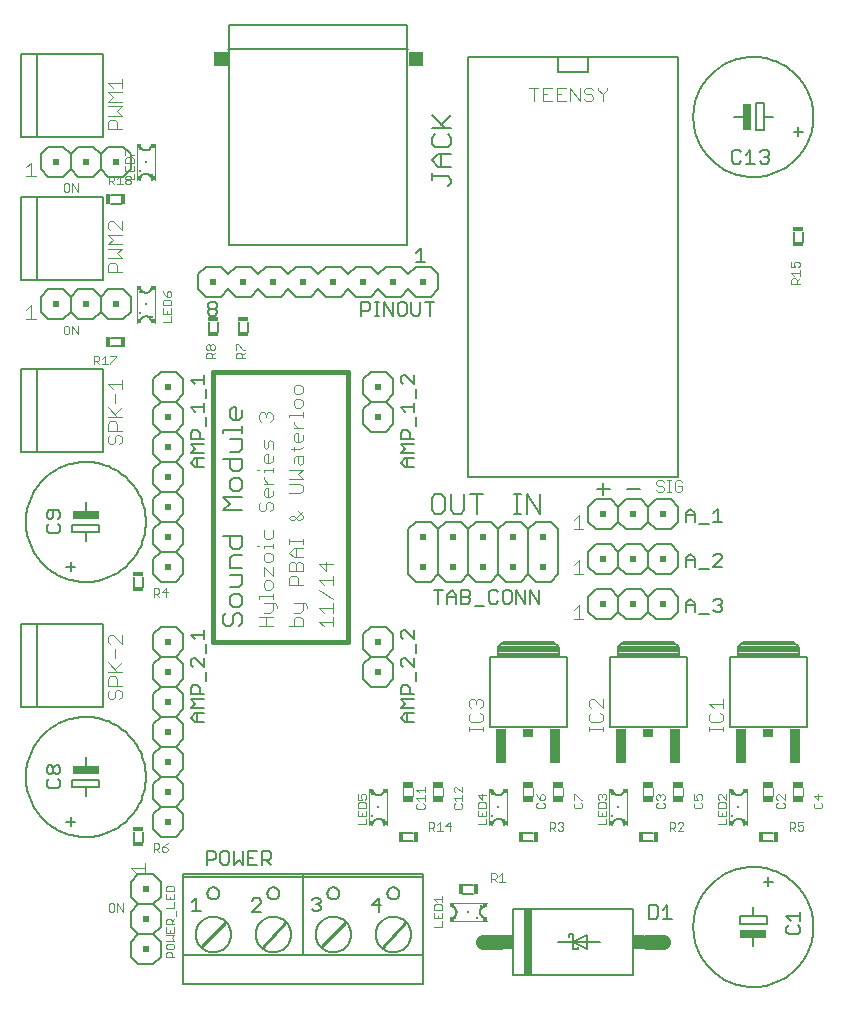
<source format=gto>
G75*
%MOIN*%
%OFA0B0*%
%FSLAX24Y24*%
%IPPOS*%
%LPD*%
%AMOC8*
5,1,8,0,0,1.08239X$1,22.5*
%
%ADD10C,0.0020*%
%ADD11C,0.0060*%
%ADD12C,0.0030*%
%ADD13C,0.0040*%
%ADD14C,0.0160*%
%ADD15R,0.0900X0.0250*%
%ADD16C,0.0050*%
%ADD17R,0.0374X0.0197*%
%ADD18C,0.0500*%
%ADD19R,0.0300X0.2200*%
%ADD20R,0.0350X0.0500*%
%ADD21C,0.0080*%
%ADD22R,0.0340X0.1140*%
%ADD23R,0.0340X0.0300*%
%ADD24C,0.0079*%
%ADD25C,0.0098*%
%ADD26R,0.0177X0.0157*%
%ADD27R,0.0069X0.0128*%
%ADD28R,0.0079X0.0079*%
%ADD29R,0.0157X0.0177*%
%ADD30R,0.0128X0.0069*%
%ADD31R,0.0160X0.0340*%
%ADD32R,0.0340X0.0160*%
%ADD33R,0.0200X0.0200*%
%ADD34C,0.0100*%
%ADD35R,0.0250X0.0900*%
%ADD36R,0.0502X0.0450*%
%ADD37R,0.0492X0.0450*%
D10*
X003190Y002737D02*
X003237Y002690D01*
X003330Y002690D01*
X003377Y002737D01*
X003377Y002924D01*
X003330Y002970D01*
X003237Y002970D01*
X003190Y002924D01*
X003190Y002737D01*
X003466Y002690D02*
X003466Y002970D01*
X003653Y002690D01*
X003653Y002970D01*
X004690Y004690D02*
X004690Y004970D01*
X004830Y004970D01*
X004877Y004924D01*
X004877Y004830D01*
X004830Y004783D01*
X004690Y004783D01*
X004783Y004783D02*
X004877Y004690D01*
X004966Y004737D02*
X005013Y004690D01*
X005106Y004690D01*
X005153Y004737D01*
X005153Y004783D01*
X005106Y004830D01*
X004966Y004830D01*
X004966Y004737D01*
X004966Y004830D02*
X005060Y004924D01*
X005153Y004970D01*
X011496Y005599D02*
X011776Y005599D01*
X011776Y005786D01*
X011776Y005876D02*
X011496Y005876D01*
X011496Y006063D01*
X011496Y006152D02*
X011496Y006292D01*
X011543Y006339D01*
X011730Y006339D01*
X011776Y006292D01*
X011776Y006152D01*
X011496Y006152D01*
X011636Y005969D02*
X011636Y005876D01*
X011776Y005876D02*
X011776Y006063D01*
X011730Y006428D02*
X011776Y006475D01*
X011776Y006568D01*
X011730Y006615D01*
X011636Y006615D01*
X011589Y006568D01*
X011589Y006522D01*
X011636Y006428D01*
X011496Y006428D01*
X011496Y006615D01*
X013440Y006481D02*
X013533Y006388D01*
X013486Y006298D02*
X013440Y006251D01*
X013440Y006158D01*
X013486Y006111D01*
X013673Y006111D01*
X013720Y006158D01*
X013720Y006251D01*
X013673Y006298D01*
X013720Y006388D02*
X013720Y006574D01*
X013720Y006664D02*
X013720Y006851D01*
X013720Y006757D02*
X013440Y006757D01*
X013533Y006664D01*
X013440Y006481D02*
X013720Y006481D01*
X013861Y005670D02*
X014001Y005670D01*
X014048Y005624D01*
X014048Y005530D01*
X014001Y005483D01*
X013861Y005483D01*
X013861Y005390D02*
X013861Y005670D01*
X013955Y005483D02*
X014048Y005390D01*
X014138Y005390D02*
X014324Y005390D01*
X014231Y005390D02*
X014231Y005670D01*
X014138Y005577D01*
X014414Y005530D02*
X014601Y005530D01*
X014554Y005390D02*
X014554Y005670D01*
X014414Y005530D01*
X014736Y006111D02*
X014923Y006111D01*
X014970Y006158D01*
X014970Y006251D01*
X014923Y006298D01*
X014970Y006388D02*
X014970Y006574D01*
X014970Y006664D02*
X014783Y006851D01*
X014736Y006851D01*
X014690Y006804D01*
X014690Y006710D01*
X014736Y006664D01*
X014690Y006481D02*
X014970Y006481D01*
X014970Y006664D02*
X014970Y006851D01*
X014690Y006481D02*
X014783Y006388D01*
X014736Y006298D02*
X014690Y006251D01*
X014690Y006158D01*
X014736Y006111D01*
X015496Y006152D02*
X015496Y006292D01*
X015543Y006339D01*
X015730Y006339D01*
X015776Y006292D01*
X015776Y006152D01*
X015496Y006152D01*
X015496Y006063D02*
X015496Y005876D01*
X015776Y005876D01*
X015776Y006063D01*
X015636Y005969D02*
X015636Y005876D01*
X015776Y005786D02*
X015776Y005599D01*
X015496Y005599D01*
X015636Y006428D02*
X015636Y006615D01*
X015776Y006568D02*
X015496Y006568D01*
X015636Y006428D01*
X017440Y006278D02*
X017440Y006184D01*
X017486Y006138D01*
X017673Y006138D01*
X017720Y006184D01*
X017720Y006278D01*
X017673Y006324D01*
X017673Y006414D02*
X017720Y006460D01*
X017720Y006554D01*
X017673Y006601D01*
X017627Y006601D01*
X017580Y006554D01*
X017580Y006414D01*
X017673Y006414D01*
X017580Y006414D02*
X017486Y006507D01*
X017440Y006601D01*
X017486Y006324D02*
X017440Y006278D01*
X017888Y005670D02*
X018028Y005670D01*
X018074Y005624D01*
X018074Y005530D01*
X018028Y005483D01*
X017888Y005483D01*
X017981Y005483D02*
X018074Y005390D01*
X018164Y005437D02*
X018210Y005390D01*
X018304Y005390D01*
X018351Y005437D01*
X018351Y005483D01*
X018304Y005530D01*
X018257Y005530D01*
X018304Y005530D02*
X018351Y005577D01*
X018351Y005624D01*
X018304Y005670D01*
X018210Y005670D01*
X018164Y005624D01*
X017888Y005670D02*
X017888Y005390D01*
X018690Y006184D02*
X018736Y006138D01*
X018923Y006138D01*
X018970Y006184D01*
X018970Y006278D01*
X018923Y006324D01*
X018923Y006414D02*
X018970Y006414D01*
X018923Y006414D02*
X018736Y006601D01*
X018690Y006601D01*
X018690Y006414D01*
X018736Y006324D02*
X018690Y006278D01*
X018690Y006184D01*
X019496Y006152D02*
X019496Y006292D01*
X019543Y006339D01*
X019730Y006339D01*
X019776Y006292D01*
X019776Y006152D01*
X019496Y006152D01*
X019496Y006063D02*
X019496Y005876D01*
X019776Y005876D01*
X019776Y006063D01*
X019636Y005969D02*
X019636Y005876D01*
X019776Y005786D02*
X019776Y005599D01*
X019496Y005599D01*
X019543Y006428D02*
X019496Y006475D01*
X019496Y006568D01*
X019543Y006615D01*
X019589Y006615D01*
X019636Y006568D01*
X019683Y006615D01*
X019730Y006615D01*
X019776Y006568D01*
X019776Y006475D01*
X019730Y006428D01*
X019636Y006522D02*
X019636Y006568D01*
X021440Y006554D02*
X021440Y006460D01*
X021486Y006414D01*
X021486Y006324D02*
X021440Y006278D01*
X021440Y006184D01*
X021486Y006138D01*
X021673Y006138D01*
X021720Y006184D01*
X021720Y006278D01*
X021673Y006324D01*
X021673Y006414D02*
X021720Y006460D01*
X021720Y006554D01*
X021673Y006601D01*
X021627Y006601D01*
X021580Y006554D01*
X021580Y006507D01*
X021580Y006554D02*
X021533Y006601D01*
X021486Y006601D01*
X021440Y006554D01*
X021888Y005670D02*
X022028Y005670D01*
X022074Y005624D01*
X022074Y005530D01*
X022028Y005483D01*
X021888Y005483D01*
X021981Y005483D02*
X022074Y005390D01*
X022164Y005390D02*
X022351Y005577D01*
X022351Y005624D01*
X022304Y005670D01*
X022210Y005670D01*
X022164Y005624D01*
X022164Y005390D02*
X022351Y005390D01*
X021888Y005390D02*
X021888Y005670D01*
X022690Y006184D02*
X022736Y006138D01*
X022923Y006138D01*
X022970Y006184D01*
X022970Y006278D01*
X022923Y006324D01*
X022923Y006414D02*
X022970Y006460D01*
X022970Y006554D01*
X022923Y006601D01*
X022830Y006601D01*
X022783Y006554D01*
X022783Y006507D01*
X022830Y006414D01*
X022690Y006414D01*
X022690Y006601D01*
X022736Y006324D02*
X022690Y006278D01*
X022690Y006184D01*
X023496Y006152D02*
X023496Y006292D01*
X023543Y006339D01*
X023730Y006339D01*
X023776Y006292D01*
X023776Y006152D01*
X023496Y006152D01*
X023496Y006063D02*
X023496Y005876D01*
X023776Y005876D01*
X023776Y006063D01*
X023636Y005969D02*
X023636Y005876D01*
X023776Y005786D02*
X023776Y005599D01*
X023496Y005599D01*
X023543Y006428D02*
X023496Y006475D01*
X023496Y006568D01*
X023543Y006615D01*
X023589Y006615D01*
X023776Y006428D01*
X023776Y006615D01*
X025440Y006554D02*
X025440Y006460D01*
X025486Y006414D01*
X025486Y006324D02*
X025440Y006278D01*
X025440Y006184D01*
X025486Y006138D01*
X025673Y006138D01*
X025720Y006184D01*
X025720Y006278D01*
X025673Y006324D01*
X025720Y006414D02*
X025533Y006601D01*
X025486Y006601D01*
X025440Y006554D01*
X025720Y006601D02*
X025720Y006414D01*
X025888Y005670D02*
X026028Y005670D01*
X026074Y005624D01*
X026074Y005530D01*
X026028Y005483D01*
X025888Y005483D01*
X025981Y005483D02*
X026074Y005390D01*
X026164Y005437D02*
X026210Y005390D01*
X026304Y005390D01*
X026351Y005437D01*
X026351Y005530D01*
X026304Y005577D01*
X026257Y005577D01*
X026164Y005530D01*
X026164Y005670D01*
X026351Y005670D01*
X026736Y006138D02*
X026923Y006138D01*
X026970Y006184D01*
X026970Y006278D01*
X026923Y006324D01*
X026830Y006414D02*
X026830Y006601D01*
X026970Y006554D02*
X026690Y006554D01*
X026830Y006414D01*
X026736Y006324D02*
X026690Y006278D01*
X026690Y006184D01*
X026736Y006138D01*
X025888Y005670D02*
X025888Y005390D01*
X016403Y003690D02*
X016216Y003690D01*
X016127Y003690D02*
X016033Y003783D01*
X016080Y003783D02*
X015940Y003783D01*
X015940Y003690D02*
X015940Y003970D01*
X016080Y003970D01*
X016127Y003924D01*
X016127Y003830D01*
X016080Y003783D01*
X016216Y003877D02*
X016310Y003970D01*
X016310Y003690D01*
X014311Y003207D02*
X014311Y003020D01*
X014311Y003113D02*
X014030Y003113D01*
X014124Y003020D01*
X014077Y002931D02*
X014030Y002884D01*
X014030Y002744D01*
X014311Y002744D01*
X014311Y002884D01*
X014264Y002931D01*
X014077Y002931D01*
X014030Y002654D02*
X014030Y002468D01*
X014311Y002468D01*
X014311Y002654D01*
X014170Y002561D02*
X014170Y002468D01*
X014311Y002378D02*
X014311Y002191D01*
X014030Y002191D01*
X005106Y013190D02*
X005106Y013470D01*
X004966Y013330D01*
X005153Y013330D01*
X004877Y013330D02*
X004830Y013283D01*
X004690Y013283D01*
X004690Y013190D02*
X004690Y013470D01*
X004830Y013470D01*
X004877Y013424D01*
X004877Y013330D01*
X004783Y013283D02*
X004877Y013190D01*
X003242Y020940D02*
X003242Y020987D01*
X003429Y021174D01*
X003429Y021220D01*
X003242Y021220D01*
X003060Y021220D02*
X003060Y020940D01*
X003153Y020940D02*
X002966Y020940D01*
X002877Y020940D02*
X002783Y021033D01*
X002830Y021033D02*
X002690Y021033D01*
X002690Y020940D02*
X002690Y021220D01*
X002830Y021220D01*
X002877Y021174D01*
X002877Y021080D01*
X002830Y021033D01*
X002966Y021127D02*
X003060Y021220D01*
X002153Y021940D02*
X002153Y022220D01*
X001966Y022220D02*
X002153Y021940D01*
X001966Y021940D02*
X001966Y022220D01*
X001877Y022174D02*
X001877Y021987D01*
X001830Y021940D01*
X001737Y021940D01*
X001690Y021987D01*
X001690Y022174D01*
X001737Y022220D01*
X001830Y022220D01*
X001877Y022174D01*
X004996Y022349D02*
X005276Y022349D01*
X005276Y022536D01*
X005276Y022626D02*
X005276Y022813D01*
X005276Y022902D02*
X005276Y023042D01*
X005230Y023089D01*
X005043Y023089D01*
X004996Y023042D01*
X004996Y022902D01*
X005276Y022902D01*
X005136Y022719D02*
X005136Y022626D01*
X004996Y022626D02*
X005276Y022626D01*
X004996Y022626D02*
X004996Y022813D01*
X005136Y023178D02*
X005136Y023318D01*
X005183Y023365D01*
X005230Y023365D01*
X005276Y023318D01*
X005276Y023225D01*
X005230Y023178D01*
X005136Y023178D01*
X005043Y023272D01*
X004996Y023365D01*
X006486Y021601D02*
X006533Y021601D01*
X006580Y021554D01*
X006580Y021460D01*
X006533Y021414D01*
X006486Y021414D01*
X006440Y021460D01*
X006440Y021554D01*
X006486Y021601D01*
X006580Y021554D02*
X006627Y021601D01*
X006673Y021601D01*
X006720Y021554D01*
X006720Y021460D01*
X006673Y021414D01*
X006627Y021414D01*
X006580Y021460D01*
X006580Y021324D02*
X006486Y021324D01*
X006440Y021278D01*
X006440Y021138D01*
X006720Y021138D01*
X006627Y021138D02*
X006627Y021278D01*
X006580Y021324D01*
X006627Y021231D02*
X006720Y021324D01*
X007440Y021278D02*
X007486Y021324D01*
X007580Y021324D01*
X007627Y021278D01*
X007627Y021138D01*
X007627Y021231D02*
X007720Y021324D01*
X007720Y021414D02*
X007673Y021414D01*
X007486Y021601D01*
X007440Y021601D01*
X007440Y021414D01*
X007440Y021278D02*
X007440Y021138D01*
X007720Y021138D01*
X003883Y026940D02*
X003789Y026940D01*
X003742Y026987D01*
X003742Y027033D01*
X003789Y027080D01*
X003883Y027080D01*
X003929Y027033D01*
X003929Y026987D01*
X003883Y026940D01*
X003883Y027080D02*
X003929Y027127D01*
X003929Y027174D01*
X003883Y027220D01*
X003789Y027220D01*
X003742Y027174D01*
X003742Y027127D01*
X003789Y027080D01*
X003746Y027099D02*
X004026Y027099D01*
X004026Y027286D01*
X004026Y027376D02*
X004026Y027563D01*
X004026Y027652D02*
X004026Y027792D01*
X003980Y027839D01*
X003793Y027839D01*
X003746Y027792D01*
X003746Y027652D01*
X004026Y027652D01*
X003886Y027469D02*
X003886Y027376D01*
X003746Y027376D02*
X004026Y027376D01*
X003746Y027376D02*
X003746Y027563D01*
X003746Y027928D02*
X003746Y028115D01*
X003793Y028115D01*
X003980Y027928D01*
X004026Y027928D01*
X003560Y027220D02*
X003560Y026940D01*
X003653Y026940D02*
X003466Y026940D01*
X003377Y026940D02*
X003283Y027033D01*
X003330Y027033D02*
X003190Y027033D01*
X003190Y026940D02*
X003190Y027220D01*
X003330Y027220D01*
X003377Y027174D01*
X003377Y027080D01*
X003330Y027033D01*
X003466Y027127D02*
X003560Y027220D01*
X002153Y026970D02*
X002153Y026690D01*
X001966Y026970D01*
X001966Y026690D01*
X001877Y026737D02*
X001877Y026924D01*
X001830Y026970D01*
X001737Y026970D01*
X001690Y026924D01*
X001690Y026737D01*
X001737Y026690D01*
X001830Y026690D01*
X001877Y026737D01*
X025940Y024351D02*
X025940Y024164D01*
X026080Y024164D01*
X026033Y024257D01*
X026033Y024304D01*
X026080Y024351D01*
X026173Y024351D01*
X026220Y024304D01*
X026220Y024210D01*
X026173Y024164D01*
X026220Y024074D02*
X026220Y023888D01*
X026220Y023798D02*
X026127Y023705D01*
X026127Y023751D02*
X026127Y023611D01*
X026220Y023611D02*
X025940Y023611D01*
X025940Y023751D01*
X025986Y023798D01*
X026080Y023798D01*
X026127Y023751D01*
X026033Y023888D02*
X025940Y023981D01*
X026220Y023981D01*
D11*
X026320Y025010D02*
X026320Y025350D01*
X026040Y025350D02*
X026040Y025010D01*
X026180Y028530D02*
X026180Y028830D01*
X026030Y028680D02*
X026330Y028680D01*
X025330Y029180D02*
X025130Y029180D01*
X025030Y029180D01*
X025030Y028730D01*
X024780Y028730D01*
X024780Y029630D01*
X025030Y029630D01*
X025030Y029180D01*
X022680Y029180D02*
X022682Y029269D01*
X022688Y029358D01*
X022698Y029447D01*
X022712Y029535D01*
X022729Y029622D01*
X022751Y029708D01*
X022777Y029794D01*
X022806Y029878D01*
X022839Y029961D01*
X022875Y030042D01*
X022916Y030122D01*
X022959Y030199D01*
X023006Y030275D01*
X023057Y030348D01*
X023110Y030419D01*
X023167Y030488D01*
X023227Y030554D01*
X023290Y030618D01*
X023355Y030678D01*
X023423Y030736D01*
X023494Y030790D01*
X023567Y030841D01*
X023642Y030889D01*
X023719Y030934D01*
X023798Y030975D01*
X023879Y031012D01*
X023961Y031046D01*
X024045Y031077D01*
X024130Y031103D01*
X024216Y031126D01*
X024303Y031144D01*
X024391Y031159D01*
X024480Y031170D01*
X024569Y031177D01*
X024658Y031180D01*
X024747Y031179D01*
X024836Y031174D01*
X024924Y031165D01*
X025013Y031152D01*
X025100Y031135D01*
X025187Y031115D01*
X025273Y031090D01*
X025357Y031062D01*
X025440Y031030D01*
X025522Y030994D01*
X025602Y030955D01*
X025680Y030912D01*
X025756Y030866D01*
X025830Y030816D01*
X025902Y030763D01*
X025971Y030707D01*
X026038Y030648D01*
X026102Y030586D01*
X026163Y030522D01*
X026222Y030454D01*
X026277Y030384D01*
X026329Y030312D01*
X026378Y030237D01*
X026423Y030161D01*
X026465Y030082D01*
X026503Y030002D01*
X026538Y029920D01*
X026569Y029836D01*
X026597Y029751D01*
X026620Y029665D01*
X026640Y029578D01*
X026656Y029491D01*
X026668Y029402D01*
X026676Y029314D01*
X026680Y029225D01*
X026680Y029135D01*
X026676Y029046D01*
X026668Y028958D01*
X026656Y028869D01*
X026640Y028782D01*
X026620Y028695D01*
X026597Y028609D01*
X026569Y028524D01*
X026538Y028440D01*
X026503Y028358D01*
X026465Y028278D01*
X026423Y028199D01*
X026378Y028123D01*
X026329Y028048D01*
X026277Y027976D01*
X026222Y027906D01*
X026163Y027838D01*
X026102Y027774D01*
X026038Y027712D01*
X025971Y027653D01*
X025902Y027597D01*
X025830Y027544D01*
X025756Y027494D01*
X025680Y027448D01*
X025602Y027405D01*
X025522Y027366D01*
X025440Y027330D01*
X025357Y027298D01*
X025273Y027270D01*
X025187Y027245D01*
X025100Y027225D01*
X025013Y027208D01*
X024924Y027195D01*
X024836Y027186D01*
X024747Y027181D01*
X024658Y027180D01*
X024569Y027183D01*
X024480Y027190D01*
X024391Y027201D01*
X024303Y027216D01*
X024216Y027234D01*
X024130Y027257D01*
X024045Y027283D01*
X023961Y027314D01*
X023879Y027348D01*
X023798Y027385D01*
X023719Y027426D01*
X023642Y027471D01*
X023567Y027519D01*
X023494Y027570D01*
X023423Y027624D01*
X023355Y027682D01*
X023290Y027742D01*
X023227Y027806D01*
X023167Y027872D01*
X023110Y027941D01*
X023057Y028012D01*
X023006Y028085D01*
X022959Y028161D01*
X022916Y028238D01*
X022875Y028318D01*
X022839Y028399D01*
X022806Y028482D01*
X022777Y028566D01*
X022751Y028652D01*
X022729Y028738D01*
X022712Y028825D01*
X022698Y028913D01*
X022688Y029002D01*
X022682Y029091D01*
X022680Y029180D01*
X024030Y029180D02*
X024230Y029180D01*
X024430Y029180D01*
X014600Y029242D02*
X014280Y028922D01*
X014386Y028815D02*
X013959Y029242D01*
X013959Y028815D02*
X014600Y028815D01*
X014493Y028598D02*
X014600Y028491D01*
X014600Y028278D01*
X014493Y028171D01*
X014066Y028171D01*
X013959Y028278D01*
X013959Y028491D01*
X014066Y028598D01*
X014173Y027953D02*
X014600Y027953D01*
X014280Y027953D02*
X014280Y027526D01*
X014173Y027526D02*
X013959Y027740D01*
X014173Y027953D01*
X014173Y027526D02*
X014600Y027526D01*
X014493Y027202D02*
X013959Y027202D01*
X013959Y027095D02*
X013959Y027309D01*
X014493Y027202D02*
X014600Y027095D01*
X014600Y026989D01*
X014493Y026882D01*
X013930Y024180D02*
X013430Y024180D01*
X013180Y023930D01*
X012930Y024180D01*
X012430Y024180D01*
X012180Y023930D01*
X011930Y024180D01*
X011430Y024180D01*
X011180Y023930D01*
X010930Y024180D01*
X010430Y024180D01*
X010180Y023930D01*
X009930Y024180D01*
X009430Y024180D01*
X009180Y023930D01*
X008930Y024180D01*
X008430Y024180D01*
X008180Y023930D01*
X007930Y024180D01*
X007430Y024180D01*
X007180Y023930D01*
X006930Y024180D01*
X006430Y024180D01*
X006180Y023930D01*
X006180Y023430D01*
X006430Y023180D01*
X006930Y023180D01*
X007180Y023430D01*
X007430Y023180D01*
X007930Y023180D01*
X008180Y023430D01*
X008430Y023180D01*
X008930Y023180D01*
X009180Y023430D01*
X009430Y023180D01*
X009930Y023180D01*
X010180Y023430D01*
X010430Y023180D01*
X010930Y023180D01*
X011180Y023430D01*
X011430Y023180D01*
X011930Y023180D01*
X012180Y023430D01*
X012430Y023180D01*
X012930Y023180D01*
X013180Y023430D01*
X013430Y023180D01*
X013930Y023180D01*
X014180Y023430D01*
X014180Y023930D01*
X013930Y024180D01*
X012430Y020680D02*
X011930Y020680D01*
X011680Y020430D01*
X011680Y019930D01*
X011930Y019680D01*
X011680Y019430D01*
X011680Y018930D01*
X011930Y018680D01*
X012430Y018680D01*
X012680Y018930D01*
X012680Y019430D01*
X012430Y019680D01*
X011930Y019680D01*
X012430Y019680D02*
X012680Y019930D01*
X012680Y020430D01*
X012430Y020680D01*
X014067Y016601D02*
X013960Y016494D01*
X013960Y016067D01*
X014067Y015960D01*
X014280Y015960D01*
X014387Y016067D01*
X014387Y016494D01*
X014280Y016601D01*
X014067Y016601D01*
X014605Y016601D02*
X014605Y016067D01*
X014711Y015960D01*
X014925Y015960D01*
X015032Y016067D01*
X015032Y016601D01*
X015249Y016601D02*
X015676Y016601D01*
X015463Y016601D02*
X015463Y015960D01*
X015430Y015680D02*
X015930Y015680D01*
X016180Y015430D01*
X016180Y013930D01*
X015930Y013680D01*
X015430Y013680D01*
X015180Y013930D01*
X015180Y015430D01*
X014930Y015680D01*
X014430Y015680D01*
X014180Y015430D01*
X013930Y015680D01*
X013430Y015680D01*
X013180Y015430D01*
X013180Y013930D01*
X013430Y013680D01*
X013930Y013680D01*
X014180Y013930D01*
X014180Y015430D01*
X015180Y015430D02*
X015430Y015680D01*
X016180Y015430D02*
X016430Y015680D01*
X016930Y015680D01*
X017180Y015430D01*
X017180Y013930D01*
X016930Y013680D01*
X016430Y013680D01*
X016180Y013930D01*
X017180Y013930D02*
X017430Y013680D01*
X017930Y013680D01*
X018180Y013930D01*
X018180Y015430D01*
X017930Y015680D01*
X017430Y015680D01*
X017180Y015430D01*
X017140Y015960D02*
X017140Y016601D01*
X017567Y015960D01*
X017567Y016601D01*
X016924Y016601D02*
X016710Y016601D01*
X016817Y016601D02*
X016817Y015960D01*
X016710Y015960D02*
X016924Y015960D01*
X015180Y013930D02*
X014930Y013680D01*
X014430Y013680D01*
X014180Y013930D01*
X012430Y012180D02*
X012680Y011930D01*
X012680Y011430D01*
X012430Y011180D01*
X012680Y010930D01*
X012680Y010430D01*
X012430Y010180D01*
X011930Y010180D01*
X011680Y010430D01*
X011680Y010930D01*
X011930Y011180D01*
X011680Y011430D01*
X011680Y011930D01*
X011930Y012180D01*
X012430Y012180D01*
X012430Y011180D02*
X011930Y011180D01*
X007650Y012317D02*
X007543Y012210D01*
X007650Y012317D02*
X007650Y012530D01*
X007543Y012637D01*
X007436Y012637D01*
X007330Y012530D01*
X007330Y012317D01*
X007223Y012210D01*
X007116Y012210D01*
X007009Y012317D01*
X007009Y012530D01*
X007116Y012637D01*
X007330Y012855D02*
X007543Y012855D01*
X007650Y012961D01*
X007650Y013175D01*
X007543Y013282D01*
X007330Y013282D01*
X007223Y013175D01*
X007223Y012961D01*
X007330Y012855D01*
X007223Y013499D02*
X007543Y013499D01*
X007650Y013606D01*
X007650Y013926D01*
X007223Y013926D01*
X007223Y014144D02*
X007223Y014464D01*
X007330Y014571D01*
X007650Y014571D01*
X007543Y014788D02*
X007330Y014788D01*
X007223Y014895D01*
X007223Y015215D01*
X007009Y015215D02*
X007650Y015215D01*
X007650Y014895D01*
X007543Y014788D01*
X007650Y014144D02*
X007223Y014144D01*
X005680Y013930D02*
X005430Y013680D01*
X004930Y013680D01*
X004680Y013930D01*
X004680Y014430D01*
X004930Y014680D01*
X004680Y014930D01*
X004680Y015430D01*
X004930Y015680D01*
X004680Y015930D01*
X004680Y016430D01*
X004930Y016680D01*
X004680Y016930D01*
X004680Y017430D01*
X004930Y017680D01*
X004680Y017930D01*
X004680Y018430D01*
X004930Y018680D01*
X004680Y018930D01*
X004680Y019430D01*
X004930Y019680D01*
X004680Y019930D01*
X004680Y020430D01*
X004930Y020680D01*
X005430Y020680D01*
X005680Y020430D01*
X005680Y019930D01*
X005430Y019680D01*
X005680Y019430D01*
X005680Y018930D01*
X005430Y018680D01*
X004930Y018680D01*
X005430Y018680D02*
X005680Y018430D01*
X005680Y017930D01*
X005430Y017680D01*
X005680Y017430D01*
X005680Y016930D01*
X005430Y016680D01*
X005680Y016430D01*
X005680Y015930D01*
X005430Y015680D01*
X004930Y015680D01*
X005430Y015680D02*
X005680Y015430D01*
X005680Y014930D01*
X005430Y014680D01*
X005680Y014430D01*
X005680Y013930D01*
X005430Y014680D02*
X004930Y014680D01*
X004320Y013850D02*
X004320Y013510D01*
X004040Y013510D02*
X004040Y013850D01*
X002880Y015330D02*
X002880Y015580D01*
X001980Y015580D01*
X001980Y015330D01*
X002430Y015330D01*
X002880Y015330D01*
X002430Y015330D02*
X002430Y015230D01*
X002430Y015030D01*
X000430Y015680D02*
X000432Y015769D01*
X000438Y015858D01*
X000448Y015947D01*
X000462Y016035D01*
X000479Y016122D01*
X000501Y016208D01*
X000527Y016294D01*
X000556Y016378D01*
X000589Y016461D01*
X000625Y016542D01*
X000666Y016622D01*
X000709Y016699D01*
X000756Y016775D01*
X000807Y016848D01*
X000860Y016919D01*
X000917Y016988D01*
X000977Y017054D01*
X001040Y017118D01*
X001105Y017178D01*
X001173Y017236D01*
X001244Y017290D01*
X001317Y017341D01*
X001392Y017389D01*
X001469Y017434D01*
X001548Y017475D01*
X001629Y017512D01*
X001711Y017546D01*
X001795Y017577D01*
X001880Y017603D01*
X001966Y017626D01*
X002053Y017644D01*
X002141Y017659D01*
X002230Y017670D01*
X002319Y017677D01*
X002408Y017680D01*
X002497Y017679D01*
X002586Y017674D01*
X002674Y017665D01*
X002763Y017652D01*
X002850Y017635D01*
X002937Y017615D01*
X003023Y017590D01*
X003107Y017562D01*
X003190Y017530D01*
X003272Y017494D01*
X003352Y017455D01*
X003430Y017412D01*
X003506Y017366D01*
X003580Y017316D01*
X003652Y017263D01*
X003721Y017207D01*
X003788Y017148D01*
X003852Y017086D01*
X003913Y017022D01*
X003972Y016954D01*
X004027Y016884D01*
X004079Y016812D01*
X004128Y016737D01*
X004173Y016661D01*
X004215Y016582D01*
X004253Y016502D01*
X004288Y016420D01*
X004319Y016336D01*
X004347Y016251D01*
X004370Y016165D01*
X004390Y016078D01*
X004406Y015991D01*
X004418Y015902D01*
X004426Y015814D01*
X004430Y015725D01*
X004430Y015635D01*
X004426Y015546D01*
X004418Y015458D01*
X004406Y015369D01*
X004390Y015282D01*
X004370Y015195D01*
X004347Y015109D01*
X004319Y015024D01*
X004288Y014940D01*
X004253Y014858D01*
X004215Y014778D01*
X004173Y014699D01*
X004128Y014623D01*
X004079Y014548D01*
X004027Y014476D01*
X003972Y014406D01*
X003913Y014338D01*
X003852Y014274D01*
X003788Y014212D01*
X003721Y014153D01*
X003652Y014097D01*
X003580Y014044D01*
X003506Y013994D01*
X003430Y013948D01*
X003352Y013905D01*
X003272Y013866D01*
X003190Y013830D01*
X003107Y013798D01*
X003023Y013770D01*
X002937Y013745D01*
X002850Y013725D01*
X002763Y013708D01*
X002674Y013695D01*
X002586Y013686D01*
X002497Y013681D01*
X002408Y013680D01*
X002319Y013683D01*
X002230Y013690D01*
X002141Y013701D01*
X002053Y013716D01*
X001966Y013734D01*
X001880Y013757D01*
X001795Y013783D01*
X001711Y013814D01*
X001629Y013848D01*
X001548Y013885D01*
X001469Y013926D01*
X001392Y013971D01*
X001317Y014019D01*
X001244Y014070D01*
X001173Y014124D01*
X001105Y014182D01*
X001040Y014242D01*
X000977Y014306D01*
X000917Y014372D01*
X000860Y014441D01*
X000807Y014512D01*
X000756Y014585D01*
X000709Y014661D01*
X000666Y014738D01*
X000625Y014818D01*
X000589Y014899D01*
X000556Y014982D01*
X000527Y015066D01*
X000501Y015152D01*
X000479Y015238D01*
X000462Y015325D01*
X000448Y015413D01*
X000438Y015502D01*
X000432Y015591D01*
X000430Y015680D01*
X001780Y014180D02*
X002080Y014180D01*
X001930Y014330D02*
X001930Y014030D01*
X002430Y015930D02*
X002430Y016130D01*
X002430Y016330D01*
X004930Y016680D02*
X005430Y016680D01*
X005430Y017680D02*
X004930Y017680D01*
X004930Y019680D02*
X005430Y019680D01*
X007009Y018762D02*
X007650Y018762D01*
X007650Y018655D02*
X007650Y018869D01*
X007543Y019085D02*
X007330Y019085D01*
X007223Y019192D01*
X007223Y019405D01*
X007330Y019512D01*
X007436Y019512D01*
X007436Y019085D01*
X007543Y019085D02*
X007650Y019192D01*
X007650Y019405D01*
X007009Y018762D02*
X007009Y018655D01*
X007223Y018438D02*
X007650Y018438D01*
X007650Y018118D01*
X007543Y018011D01*
X007223Y018011D01*
X007223Y017793D02*
X007223Y017473D01*
X007330Y017366D01*
X007543Y017366D01*
X007650Y017473D01*
X007650Y017793D01*
X007009Y017793D01*
X007330Y017149D02*
X007223Y017042D01*
X007223Y016829D01*
X007330Y016722D01*
X007543Y016722D01*
X007650Y016829D01*
X007650Y017042D01*
X007543Y017149D01*
X007330Y017149D01*
X007009Y016504D02*
X007650Y016504D01*
X007650Y016077D02*
X007009Y016077D01*
X007223Y016291D01*
X007009Y016504D01*
X005430Y012180D02*
X004930Y012180D01*
X004680Y011930D01*
X004680Y011430D01*
X004930Y011180D01*
X004680Y010930D01*
X004680Y010430D01*
X004930Y010180D01*
X005430Y010180D01*
X005680Y010430D01*
X005680Y010930D01*
X005430Y011180D01*
X004930Y011180D01*
X005430Y011180D02*
X005680Y011430D01*
X005680Y011930D01*
X005430Y012180D01*
X005430Y010180D02*
X005680Y009930D01*
X005680Y009430D01*
X005430Y009180D01*
X005680Y008930D01*
X005680Y008430D01*
X005430Y008180D01*
X005680Y007930D01*
X005680Y007430D01*
X005430Y007180D01*
X004930Y007180D01*
X004680Y007430D01*
X004680Y007930D01*
X004930Y008180D01*
X004680Y008430D01*
X004680Y008930D01*
X004930Y009180D01*
X004680Y009430D01*
X004680Y009930D01*
X004930Y010180D01*
X004930Y009180D02*
X005430Y009180D01*
X005430Y008180D02*
X004930Y008180D01*
X004930Y007180D02*
X004680Y006930D01*
X004680Y006430D01*
X004930Y006180D01*
X004680Y005930D01*
X004680Y005430D01*
X004930Y005180D01*
X005430Y005180D01*
X005680Y005430D01*
X005680Y005930D01*
X005430Y006180D01*
X004930Y006180D01*
X005430Y006180D02*
X005680Y006430D01*
X005680Y006930D01*
X005430Y007180D01*
X004320Y005350D02*
X004320Y005010D01*
X004040Y005010D02*
X004040Y005350D01*
X004180Y003930D02*
X003930Y003680D01*
X003930Y003180D01*
X004180Y002930D01*
X003930Y002680D01*
X003930Y002180D01*
X004180Y001930D01*
X003930Y001680D01*
X003930Y001180D01*
X004180Y000930D01*
X004680Y000930D01*
X004930Y001180D01*
X004930Y001680D01*
X004680Y001930D01*
X004180Y001930D01*
X004680Y001930D02*
X004930Y002180D01*
X004930Y002680D01*
X004680Y002930D01*
X004180Y002930D01*
X004680Y002930D02*
X004930Y003180D01*
X004930Y003680D01*
X004680Y003930D01*
X004180Y003930D01*
X005680Y003930D02*
X005680Y003830D01*
X013680Y003830D01*
X013680Y001230D01*
X013030Y001230D01*
X012330Y001230D01*
X011030Y001230D01*
X010330Y001230D01*
X009680Y001230D01*
X009680Y003930D01*
X005680Y003930D01*
X005680Y003830D02*
X005680Y001230D01*
X006330Y001230D01*
X007030Y001230D01*
X008330Y001230D01*
X009030Y001230D01*
X009680Y001230D01*
X008090Y001930D02*
X008092Y001978D01*
X008098Y002026D01*
X008108Y002073D01*
X008121Y002119D01*
X008138Y002164D01*
X008159Y002207D01*
X008184Y002249D01*
X008211Y002288D01*
X008242Y002325D01*
X008276Y002360D01*
X008312Y002391D01*
X008351Y002420D01*
X008392Y002445D01*
X008435Y002467D01*
X008479Y002485D01*
X008525Y002499D01*
X008572Y002510D01*
X008620Y002517D01*
X008668Y002520D01*
X008716Y002519D01*
X008764Y002514D01*
X008811Y002505D01*
X008858Y002493D01*
X008903Y002476D01*
X008947Y002456D01*
X008989Y002433D01*
X009029Y002406D01*
X009066Y002376D01*
X009101Y002343D01*
X009134Y002307D01*
X009163Y002269D01*
X009189Y002228D01*
X009212Y002186D01*
X009231Y002142D01*
X009246Y002096D01*
X009258Y002050D01*
X009266Y002002D01*
X009270Y001954D01*
X009270Y001906D01*
X009266Y001858D01*
X009258Y001810D01*
X009246Y001764D01*
X009231Y001718D01*
X009212Y001674D01*
X009189Y001632D01*
X009163Y001591D01*
X009134Y001553D01*
X009101Y001517D01*
X009066Y001484D01*
X009029Y001454D01*
X008989Y001427D01*
X008947Y001404D01*
X008903Y001384D01*
X008858Y001367D01*
X008811Y001355D01*
X008764Y001346D01*
X008716Y001341D01*
X008668Y001340D01*
X008620Y001343D01*
X008572Y001350D01*
X008525Y001361D01*
X008479Y001375D01*
X008435Y001393D01*
X008392Y001415D01*
X008351Y001440D01*
X008312Y001469D01*
X008276Y001500D01*
X008242Y001535D01*
X008211Y001572D01*
X008184Y001611D01*
X008159Y001653D01*
X008138Y001696D01*
X008121Y001741D01*
X008108Y001787D01*
X008098Y001834D01*
X008092Y001882D01*
X008090Y001930D01*
X006090Y001930D02*
X006092Y001978D01*
X006098Y002026D01*
X006108Y002073D01*
X006121Y002119D01*
X006138Y002164D01*
X006159Y002207D01*
X006184Y002249D01*
X006211Y002288D01*
X006242Y002325D01*
X006276Y002360D01*
X006312Y002391D01*
X006351Y002420D01*
X006392Y002445D01*
X006435Y002467D01*
X006479Y002485D01*
X006525Y002499D01*
X006572Y002510D01*
X006620Y002517D01*
X006668Y002520D01*
X006716Y002519D01*
X006764Y002514D01*
X006811Y002505D01*
X006858Y002493D01*
X006903Y002476D01*
X006947Y002456D01*
X006989Y002433D01*
X007029Y002406D01*
X007066Y002376D01*
X007101Y002343D01*
X007134Y002307D01*
X007163Y002269D01*
X007189Y002228D01*
X007212Y002186D01*
X007231Y002142D01*
X007246Y002096D01*
X007258Y002050D01*
X007266Y002002D01*
X007270Y001954D01*
X007270Y001906D01*
X007266Y001858D01*
X007258Y001810D01*
X007246Y001764D01*
X007231Y001718D01*
X007212Y001674D01*
X007189Y001632D01*
X007163Y001591D01*
X007134Y001553D01*
X007101Y001517D01*
X007066Y001484D01*
X007029Y001454D01*
X006989Y001427D01*
X006947Y001404D01*
X006903Y001384D01*
X006858Y001367D01*
X006811Y001355D01*
X006764Y001346D01*
X006716Y001341D01*
X006668Y001340D01*
X006620Y001343D01*
X006572Y001350D01*
X006525Y001361D01*
X006479Y001375D01*
X006435Y001393D01*
X006392Y001415D01*
X006351Y001440D01*
X006312Y001469D01*
X006276Y001500D01*
X006242Y001535D01*
X006211Y001572D01*
X006184Y001611D01*
X006159Y001653D01*
X006138Y001696D01*
X006121Y001741D01*
X006108Y001787D01*
X006098Y001834D01*
X006092Y001882D01*
X006090Y001930D01*
X005680Y001230D02*
X005680Y000280D01*
X013680Y000280D01*
X013680Y001230D01*
X012090Y001930D02*
X012092Y001978D01*
X012098Y002026D01*
X012108Y002073D01*
X012121Y002119D01*
X012138Y002164D01*
X012159Y002207D01*
X012184Y002249D01*
X012211Y002288D01*
X012242Y002325D01*
X012276Y002360D01*
X012312Y002391D01*
X012351Y002420D01*
X012392Y002445D01*
X012435Y002467D01*
X012479Y002485D01*
X012525Y002499D01*
X012572Y002510D01*
X012620Y002517D01*
X012668Y002520D01*
X012716Y002519D01*
X012764Y002514D01*
X012811Y002505D01*
X012858Y002493D01*
X012903Y002476D01*
X012947Y002456D01*
X012989Y002433D01*
X013029Y002406D01*
X013066Y002376D01*
X013101Y002343D01*
X013134Y002307D01*
X013163Y002269D01*
X013189Y002228D01*
X013212Y002186D01*
X013231Y002142D01*
X013246Y002096D01*
X013258Y002050D01*
X013266Y002002D01*
X013270Y001954D01*
X013270Y001906D01*
X013266Y001858D01*
X013258Y001810D01*
X013246Y001764D01*
X013231Y001718D01*
X013212Y001674D01*
X013189Y001632D01*
X013163Y001591D01*
X013134Y001553D01*
X013101Y001517D01*
X013066Y001484D01*
X013029Y001454D01*
X012989Y001427D01*
X012947Y001404D01*
X012903Y001384D01*
X012858Y001367D01*
X012811Y001355D01*
X012764Y001346D01*
X012716Y001341D01*
X012668Y001340D01*
X012620Y001343D01*
X012572Y001350D01*
X012525Y001361D01*
X012479Y001375D01*
X012435Y001393D01*
X012392Y001415D01*
X012351Y001440D01*
X012312Y001469D01*
X012276Y001500D01*
X012242Y001535D01*
X012211Y001572D01*
X012184Y001611D01*
X012159Y001653D01*
X012138Y001696D01*
X012121Y001741D01*
X012108Y001787D01*
X012098Y001834D01*
X012092Y001882D01*
X012090Y001930D01*
X010090Y001930D02*
X010092Y001978D01*
X010098Y002026D01*
X010108Y002073D01*
X010121Y002119D01*
X010138Y002164D01*
X010159Y002207D01*
X010184Y002249D01*
X010211Y002288D01*
X010242Y002325D01*
X010276Y002360D01*
X010312Y002391D01*
X010351Y002420D01*
X010392Y002445D01*
X010435Y002467D01*
X010479Y002485D01*
X010525Y002499D01*
X010572Y002510D01*
X010620Y002517D01*
X010668Y002520D01*
X010716Y002519D01*
X010764Y002514D01*
X010811Y002505D01*
X010858Y002493D01*
X010903Y002476D01*
X010947Y002456D01*
X010989Y002433D01*
X011029Y002406D01*
X011066Y002376D01*
X011101Y002343D01*
X011134Y002307D01*
X011163Y002269D01*
X011189Y002228D01*
X011212Y002186D01*
X011231Y002142D01*
X011246Y002096D01*
X011258Y002050D01*
X011266Y002002D01*
X011270Y001954D01*
X011270Y001906D01*
X011266Y001858D01*
X011258Y001810D01*
X011246Y001764D01*
X011231Y001718D01*
X011212Y001674D01*
X011189Y001632D01*
X011163Y001591D01*
X011134Y001553D01*
X011101Y001517D01*
X011066Y001484D01*
X011029Y001454D01*
X010989Y001427D01*
X010947Y001404D01*
X010903Y001384D01*
X010858Y001367D01*
X010811Y001355D01*
X010764Y001346D01*
X010716Y001341D01*
X010668Y001340D01*
X010620Y001343D01*
X010572Y001350D01*
X010525Y001361D01*
X010479Y001375D01*
X010435Y001393D01*
X010392Y001415D01*
X010351Y001440D01*
X010312Y001469D01*
X010276Y001500D01*
X010242Y001535D01*
X010211Y001572D01*
X010184Y001611D01*
X010159Y001653D01*
X010138Y001696D01*
X010121Y001741D01*
X010108Y001787D01*
X010098Y001834D01*
X010092Y001882D01*
X010090Y001930D01*
X010480Y003300D02*
X010482Y003328D01*
X010488Y003355D01*
X010497Y003381D01*
X010510Y003406D01*
X010527Y003429D01*
X010546Y003449D01*
X010568Y003466D01*
X010592Y003480D01*
X010618Y003490D01*
X010645Y003497D01*
X010673Y003500D01*
X010701Y003499D01*
X010728Y003494D01*
X010755Y003485D01*
X010780Y003473D01*
X010803Y003458D01*
X010824Y003439D01*
X010842Y003418D01*
X010857Y003394D01*
X010868Y003368D01*
X010876Y003342D01*
X010880Y003314D01*
X010880Y003286D01*
X010876Y003258D01*
X010868Y003232D01*
X010857Y003206D01*
X010842Y003182D01*
X010824Y003161D01*
X010803Y003142D01*
X010780Y003127D01*
X010755Y003115D01*
X010728Y003106D01*
X010701Y003101D01*
X010673Y003100D01*
X010645Y003103D01*
X010618Y003110D01*
X010592Y003120D01*
X010568Y003134D01*
X010546Y003151D01*
X010527Y003171D01*
X010510Y003194D01*
X010497Y003219D01*
X010488Y003245D01*
X010482Y003272D01*
X010480Y003300D01*
X009680Y003930D02*
X013680Y003930D01*
X013680Y003830D01*
X012480Y003300D02*
X012482Y003328D01*
X012488Y003355D01*
X012497Y003381D01*
X012510Y003406D01*
X012527Y003429D01*
X012546Y003449D01*
X012568Y003466D01*
X012592Y003480D01*
X012618Y003490D01*
X012645Y003497D01*
X012673Y003500D01*
X012701Y003499D01*
X012728Y003494D01*
X012755Y003485D01*
X012780Y003473D01*
X012803Y003458D01*
X012824Y003439D01*
X012842Y003418D01*
X012857Y003394D01*
X012868Y003368D01*
X012876Y003342D01*
X012880Y003314D01*
X012880Y003286D01*
X012876Y003258D01*
X012868Y003232D01*
X012857Y003206D01*
X012842Y003182D01*
X012824Y003161D01*
X012803Y003142D01*
X012780Y003127D01*
X012755Y003115D01*
X012728Y003106D01*
X012701Y003101D01*
X012673Y003100D01*
X012645Y003103D01*
X012618Y003110D01*
X012592Y003120D01*
X012568Y003134D01*
X012546Y003151D01*
X012527Y003171D01*
X012510Y003194D01*
X012497Y003219D01*
X012488Y003245D01*
X012482Y003272D01*
X012480Y003300D01*
X013010Y005040D02*
X013350Y005040D01*
X013350Y005320D02*
X013010Y005320D01*
X015010Y003570D02*
X015350Y003570D01*
X015350Y003290D02*
X015010Y003290D01*
X016680Y002780D02*
X020680Y002780D01*
X020680Y000580D01*
X016680Y000580D01*
X016680Y002780D01*
X018180Y001680D02*
X018680Y001680D01*
X018680Y001430D01*
X018830Y001430D01*
X018830Y001500D01*
X018680Y001680D02*
X018680Y001930D01*
X018530Y001930D01*
X018530Y001860D01*
X018680Y001680D02*
X019580Y001680D01*
X019130Y001450D02*
X018680Y001680D01*
X019130Y001910D01*
X019130Y001450D01*
X017350Y005040D02*
X017010Y005040D01*
X017010Y005320D02*
X017350Y005320D01*
X021010Y005320D02*
X021350Y005320D01*
X021350Y005040D02*
X021010Y005040D01*
X024230Y002530D02*
X024230Y002280D01*
X025130Y002280D01*
X025130Y002530D01*
X024680Y002530D01*
X024230Y002530D01*
X024680Y002530D02*
X024680Y002630D01*
X024680Y002830D01*
X022680Y002180D02*
X022682Y002269D01*
X022688Y002358D01*
X022698Y002447D01*
X022712Y002535D01*
X022729Y002622D01*
X022751Y002708D01*
X022777Y002794D01*
X022806Y002878D01*
X022839Y002961D01*
X022875Y003042D01*
X022916Y003122D01*
X022959Y003199D01*
X023006Y003275D01*
X023057Y003348D01*
X023110Y003419D01*
X023167Y003488D01*
X023227Y003554D01*
X023290Y003618D01*
X023355Y003678D01*
X023423Y003736D01*
X023494Y003790D01*
X023567Y003841D01*
X023642Y003889D01*
X023719Y003934D01*
X023798Y003975D01*
X023879Y004012D01*
X023961Y004046D01*
X024045Y004077D01*
X024130Y004103D01*
X024216Y004126D01*
X024303Y004144D01*
X024391Y004159D01*
X024480Y004170D01*
X024569Y004177D01*
X024658Y004180D01*
X024747Y004179D01*
X024836Y004174D01*
X024924Y004165D01*
X025013Y004152D01*
X025100Y004135D01*
X025187Y004115D01*
X025273Y004090D01*
X025357Y004062D01*
X025440Y004030D01*
X025522Y003994D01*
X025602Y003955D01*
X025680Y003912D01*
X025756Y003866D01*
X025830Y003816D01*
X025902Y003763D01*
X025971Y003707D01*
X026038Y003648D01*
X026102Y003586D01*
X026163Y003522D01*
X026222Y003454D01*
X026277Y003384D01*
X026329Y003312D01*
X026378Y003237D01*
X026423Y003161D01*
X026465Y003082D01*
X026503Y003002D01*
X026538Y002920D01*
X026569Y002836D01*
X026597Y002751D01*
X026620Y002665D01*
X026640Y002578D01*
X026656Y002491D01*
X026668Y002402D01*
X026676Y002314D01*
X026680Y002225D01*
X026680Y002135D01*
X026676Y002046D01*
X026668Y001958D01*
X026656Y001869D01*
X026640Y001782D01*
X026620Y001695D01*
X026597Y001609D01*
X026569Y001524D01*
X026538Y001440D01*
X026503Y001358D01*
X026465Y001278D01*
X026423Y001199D01*
X026378Y001123D01*
X026329Y001048D01*
X026277Y000976D01*
X026222Y000906D01*
X026163Y000838D01*
X026102Y000774D01*
X026038Y000712D01*
X025971Y000653D01*
X025902Y000597D01*
X025830Y000544D01*
X025756Y000494D01*
X025680Y000448D01*
X025602Y000405D01*
X025522Y000366D01*
X025440Y000330D01*
X025357Y000298D01*
X025273Y000270D01*
X025187Y000245D01*
X025100Y000225D01*
X025013Y000208D01*
X024924Y000195D01*
X024836Y000186D01*
X024747Y000181D01*
X024658Y000180D01*
X024569Y000183D01*
X024480Y000190D01*
X024391Y000201D01*
X024303Y000216D01*
X024216Y000234D01*
X024130Y000257D01*
X024045Y000283D01*
X023961Y000314D01*
X023879Y000348D01*
X023798Y000385D01*
X023719Y000426D01*
X023642Y000471D01*
X023567Y000519D01*
X023494Y000570D01*
X023423Y000624D01*
X023355Y000682D01*
X023290Y000742D01*
X023227Y000806D01*
X023167Y000872D01*
X023110Y000941D01*
X023057Y001012D01*
X023006Y001085D01*
X022959Y001161D01*
X022916Y001238D01*
X022875Y001318D01*
X022839Y001399D01*
X022806Y001482D01*
X022777Y001566D01*
X022751Y001652D01*
X022729Y001738D01*
X022712Y001825D01*
X022698Y001913D01*
X022688Y002002D01*
X022682Y002091D01*
X022680Y002180D01*
X024680Y001930D02*
X024680Y001730D01*
X024680Y001530D01*
X025180Y003530D02*
X025180Y003830D01*
X025330Y003680D02*
X025030Y003680D01*
X025010Y005040D02*
X025350Y005040D01*
X025350Y005320D02*
X025010Y005320D01*
X021930Y012430D02*
X021430Y012430D01*
X021180Y012680D01*
X020930Y012430D01*
X020430Y012430D01*
X020180Y012680D01*
X019930Y012430D01*
X019430Y012430D01*
X019180Y012680D01*
X019180Y013180D01*
X019430Y013430D01*
X019930Y013430D01*
X020180Y013180D01*
X020430Y013430D01*
X020930Y013430D01*
X021180Y013180D01*
X021430Y013430D01*
X021930Y013430D01*
X022180Y013180D01*
X022180Y012680D01*
X021930Y012430D01*
X021180Y012680D02*
X021180Y013180D01*
X020930Y013930D02*
X020430Y013930D01*
X020180Y014180D01*
X019930Y013930D01*
X019430Y013930D01*
X019180Y014180D01*
X019180Y014680D01*
X019430Y014930D01*
X019930Y014930D01*
X020180Y014680D01*
X020430Y014930D01*
X020930Y014930D01*
X021180Y014680D01*
X021430Y014930D01*
X021930Y014930D01*
X022180Y014680D01*
X022180Y014180D01*
X021930Y013930D01*
X021430Y013930D01*
X021180Y014180D01*
X020930Y013930D01*
X021180Y014180D02*
X021180Y014680D01*
X020930Y015430D02*
X020430Y015430D01*
X020180Y015680D01*
X019930Y015430D01*
X019430Y015430D01*
X019180Y015680D01*
X019180Y016180D01*
X019430Y016430D01*
X019930Y016430D01*
X020180Y016180D01*
X020430Y016430D01*
X020930Y016430D01*
X021180Y016180D01*
X021430Y016430D01*
X021930Y016430D01*
X022180Y016180D01*
X022180Y015680D01*
X021930Y015430D01*
X021430Y015430D01*
X021180Y015680D01*
X020930Y015430D01*
X021180Y015680D02*
X021180Y016180D01*
X020887Y016780D02*
X020460Y016780D01*
X019887Y016780D02*
X019460Y016780D01*
X019674Y016567D02*
X019674Y016994D01*
X020180Y016180D02*
X020180Y015680D01*
X020180Y014680D02*
X020180Y014180D01*
X020180Y013180D02*
X020180Y012680D01*
X008480Y003300D02*
X008482Y003328D01*
X008488Y003355D01*
X008497Y003381D01*
X008510Y003406D01*
X008527Y003429D01*
X008546Y003449D01*
X008568Y003466D01*
X008592Y003480D01*
X008618Y003490D01*
X008645Y003497D01*
X008673Y003500D01*
X008701Y003499D01*
X008728Y003494D01*
X008755Y003485D01*
X008780Y003473D01*
X008803Y003458D01*
X008824Y003439D01*
X008842Y003418D01*
X008857Y003394D01*
X008868Y003368D01*
X008876Y003342D01*
X008880Y003314D01*
X008880Y003286D01*
X008876Y003258D01*
X008868Y003232D01*
X008857Y003206D01*
X008842Y003182D01*
X008824Y003161D01*
X008803Y003142D01*
X008780Y003127D01*
X008755Y003115D01*
X008728Y003106D01*
X008701Y003101D01*
X008673Y003100D01*
X008645Y003103D01*
X008618Y003110D01*
X008592Y003120D01*
X008568Y003134D01*
X008546Y003151D01*
X008527Y003171D01*
X008510Y003194D01*
X008497Y003219D01*
X008488Y003245D01*
X008482Y003272D01*
X008480Y003300D01*
X006480Y003300D02*
X006482Y003328D01*
X006488Y003355D01*
X006497Y003381D01*
X006510Y003406D01*
X006527Y003429D01*
X006546Y003449D01*
X006568Y003466D01*
X006592Y003480D01*
X006618Y003490D01*
X006645Y003497D01*
X006673Y003500D01*
X006701Y003499D01*
X006728Y003494D01*
X006755Y003485D01*
X006780Y003473D01*
X006803Y003458D01*
X006824Y003439D01*
X006842Y003418D01*
X006857Y003394D01*
X006868Y003368D01*
X006876Y003342D01*
X006880Y003314D01*
X006880Y003286D01*
X006876Y003258D01*
X006868Y003232D01*
X006857Y003206D01*
X006842Y003182D01*
X006824Y003161D01*
X006803Y003142D01*
X006780Y003127D01*
X006755Y003115D01*
X006728Y003106D01*
X006701Y003101D01*
X006673Y003100D01*
X006645Y003103D01*
X006618Y003110D01*
X006592Y003120D01*
X006568Y003134D01*
X006546Y003151D01*
X006527Y003171D01*
X006510Y003194D01*
X006497Y003219D01*
X006488Y003245D01*
X006482Y003272D01*
X006480Y003300D01*
X002880Y006830D02*
X002880Y007080D01*
X001980Y007080D01*
X001980Y006830D01*
X002430Y006830D01*
X002880Y006830D01*
X002430Y006830D02*
X002430Y006730D01*
X002430Y006530D01*
X000430Y007180D02*
X000432Y007269D01*
X000438Y007358D01*
X000448Y007447D01*
X000462Y007535D01*
X000479Y007622D01*
X000501Y007708D01*
X000527Y007794D01*
X000556Y007878D01*
X000589Y007961D01*
X000625Y008042D01*
X000666Y008122D01*
X000709Y008199D01*
X000756Y008275D01*
X000807Y008348D01*
X000860Y008419D01*
X000917Y008488D01*
X000977Y008554D01*
X001040Y008618D01*
X001105Y008678D01*
X001173Y008736D01*
X001244Y008790D01*
X001317Y008841D01*
X001392Y008889D01*
X001469Y008934D01*
X001548Y008975D01*
X001629Y009012D01*
X001711Y009046D01*
X001795Y009077D01*
X001880Y009103D01*
X001966Y009126D01*
X002053Y009144D01*
X002141Y009159D01*
X002230Y009170D01*
X002319Y009177D01*
X002408Y009180D01*
X002497Y009179D01*
X002586Y009174D01*
X002674Y009165D01*
X002763Y009152D01*
X002850Y009135D01*
X002937Y009115D01*
X003023Y009090D01*
X003107Y009062D01*
X003190Y009030D01*
X003272Y008994D01*
X003352Y008955D01*
X003430Y008912D01*
X003506Y008866D01*
X003580Y008816D01*
X003652Y008763D01*
X003721Y008707D01*
X003788Y008648D01*
X003852Y008586D01*
X003913Y008522D01*
X003972Y008454D01*
X004027Y008384D01*
X004079Y008312D01*
X004128Y008237D01*
X004173Y008161D01*
X004215Y008082D01*
X004253Y008002D01*
X004288Y007920D01*
X004319Y007836D01*
X004347Y007751D01*
X004370Y007665D01*
X004390Y007578D01*
X004406Y007491D01*
X004418Y007402D01*
X004426Y007314D01*
X004430Y007225D01*
X004430Y007135D01*
X004426Y007046D01*
X004418Y006958D01*
X004406Y006869D01*
X004390Y006782D01*
X004370Y006695D01*
X004347Y006609D01*
X004319Y006524D01*
X004288Y006440D01*
X004253Y006358D01*
X004215Y006278D01*
X004173Y006199D01*
X004128Y006123D01*
X004079Y006048D01*
X004027Y005976D01*
X003972Y005906D01*
X003913Y005838D01*
X003852Y005774D01*
X003788Y005712D01*
X003721Y005653D01*
X003652Y005597D01*
X003580Y005544D01*
X003506Y005494D01*
X003430Y005448D01*
X003352Y005405D01*
X003272Y005366D01*
X003190Y005330D01*
X003107Y005298D01*
X003023Y005270D01*
X002937Y005245D01*
X002850Y005225D01*
X002763Y005208D01*
X002674Y005195D01*
X002586Y005186D01*
X002497Y005181D01*
X002408Y005180D01*
X002319Y005183D01*
X002230Y005190D01*
X002141Y005201D01*
X002053Y005216D01*
X001966Y005234D01*
X001880Y005257D01*
X001795Y005283D01*
X001711Y005314D01*
X001629Y005348D01*
X001548Y005385D01*
X001469Y005426D01*
X001392Y005471D01*
X001317Y005519D01*
X001244Y005570D01*
X001173Y005624D01*
X001105Y005682D01*
X001040Y005742D01*
X000977Y005806D01*
X000917Y005872D01*
X000860Y005941D01*
X000807Y006012D01*
X000756Y006085D01*
X000709Y006161D01*
X000666Y006238D01*
X000625Y006318D01*
X000589Y006399D01*
X000556Y006482D01*
X000527Y006566D01*
X000501Y006652D01*
X000479Y006738D01*
X000462Y006825D01*
X000448Y006913D01*
X000438Y007002D01*
X000432Y007091D01*
X000430Y007180D01*
X001780Y005680D02*
X002080Y005680D01*
X001930Y005830D02*
X001930Y005530D01*
X002430Y007430D02*
X002430Y007630D01*
X002430Y007830D01*
X003260Y021540D02*
X003600Y021540D01*
X003600Y021820D02*
X003260Y021820D01*
X003180Y022430D02*
X002930Y022680D01*
X002680Y022430D01*
X002180Y022430D01*
X001930Y022680D01*
X001680Y022430D01*
X001180Y022430D01*
X000930Y022680D01*
X000930Y023180D01*
X001180Y023430D01*
X001680Y023430D01*
X001930Y023180D01*
X002180Y023430D01*
X002680Y023430D01*
X002930Y023180D01*
X003180Y023430D01*
X003680Y023430D01*
X003930Y023180D01*
X003930Y022680D01*
X003680Y022430D01*
X003180Y022430D01*
X002930Y022680D02*
X002930Y023180D01*
X001930Y023180D02*
X001930Y022680D01*
X003260Y026290D02*
X003600Y026290D01*
X003600Y026570D02*
X003260Y026570D01*
X003180Y027180D02*
X002930Y027430D01*
X002680Y027180D01*
X002180Y027180D01*
X001930Y027430D01*
X001680Y027180D01*
X001180Y027180D01*
X000930Y027430D01*
X000930Y027930D01*
X001180Y028180D01*
X001680Y028180D01*
X001930Y027930D01*
X002180Y028180D01*
X002680Y028180D01*
X002930Y027930D01*
X003180Y028180D01*
X003680Y028180D01*
X003930Y027930D01*
X003930Y027430D01*
X003680Y027180D01*
X003180Y027180D01*
X002930Y027430D02*
X002930Y027930D01*
X001930Y027930D02*
X001930Y027430D01*
X006540Y022350D02*
X006540Y022010D01*
X006820Y022010D02*
X006820Y022350D01*
X007540Y022350D02*
X007540Y022010D01*
X007820Y022010D02*
X007820Y022350D01*
D12*
X021445Y017004D02*
X021445Y016942D01*
X021507Y016880D01*
X021630Y016880D01*
X021692Y016818D01*
X021692Y016757D01*
X021630Y016695D01*
X021507Y016695D01*
X021445Y016757D01*
X021445Y017004D02*
X021507Y017065D01*
X021630Y017065D01*
X021692Y017004D01*
X021813Y017065D02*
X021937Y017065D01*
X021875Y017065D02*
X021875Y016695D01*
X021813Y016695D02*
X021937Y016695D01*
X022059Y016757D02*
X022121Y016695D01*
X022244Y016695D01*
X022306Y016757D01*
X022306Y016880D01*
X022182Y016880D01*
X022059Y016757D02*
X022059Y017004D01*
X022121Y017065D01*
X022244Y017065D01*
X022306Y017004D01*
X005385Y003510D02*
X005340Y003555D01*
X005160Y003555D01*
X005115Y003510D01*
X005115Y003375D01*
X005385Y003375D01*
X005385Y003510D01*
X005385Y003279D02*
X005385Y003099D01*
X005115Y003099D01*
X005115Y003279D01*
X005250Y003189D02*
X005250Y003099D01*
X005385Y003003D02*
X005385Y002822D01*
X005115Y002822D01*
X005430Y002726D02*
X005430Y002546D01*
X005385Y002450D02*
X005295Y002360D01*
X005295Y002405D02*
X005295Y002270D01*
X005385Y002270D02*
X005115Y002270D01*
X005115Y002405D01*
X005160Y002450D01*
X005250Y002450D01*
X005295Y002405D01*
X005385Y002174D02*
X005385Y001994D01*
X005115Y001994D01*
X005115Y002174D01*
X005250Y002084D02*
X005250Y001994D01*
X005385Y001898D02*
X005115Y001898D01*
X005115Y001717D02*
X005385Y001717D01*
X005295Y001808D01*
X005385Y001898D01*
X005340Y001621D02*
X005160Y001621D01*
X005115Y001576D01*
X005115Y001486D01*
X005160Y001441D01*
X005340Y001441D01*
X005385Y001486D01*
X005385Y001576D01*
X005340Y001621D01*
X005250Y001345D02*
X005160Y001345D01*
X005115Y001300D01*
X005115Y001165D01*
X005385Y001165D01*
X005295Y001165D02*
X005295Y001300D01*
X005250Y001345D01*
D13*
X004410Y003990D02*
X004410Y004297D01*
X004410Y004143D02*
X003950Y004143D01*
X004103Y003990D01*
X003552Y009769D02*
X003629Y009846D01*
X003629Y009999D01*
X003552Y010076D01*
X003475Y010076D01*
X003398Y009999D01*
X003398Y009846D01*
X003322Y009769D01*
X003245Y009769D01*
X003168Y009846D01*
X003168Y009999D01*
X003245Y010076D01*
X003168Y010229D02*
X003168Y010459D01*
X003245Y010536D01*
X003398Y010536D01*
X003475Y010459D01*
X003475Y010229D01*
X003629Y010229D02*
X003168Y010229D01*
X003168Y010690D02*
X003629Y010690D01*
X003475Y010690D02*
X003168Y010997D01*
X003398Y011150D02*
X003398Y011457D01*
X003245Y011610D02*
X003168Y011687D01*
X003168Y011841D01*
X003245Y011917D01*
X003322Y011917D01*
X003629Y011610D01*
X003629Y011917D01*
X003629Y010997D02*
X003398Y010766D01*
X008200Y012200D02*
X008660Y012200D01*
X008430Y012200D02*
X008430Y012507D01*
X008353Y012660D02*
X008583Y012660D01*
X008660Y012737D01*
X008660Y012967D01*
X008737Y012967D02*
X008813Y012891D01*
X008813Y012814D01*
X008737Y012967D02*
X008353Y012967D01*
X008200Y013121D02*
X008200Y013198D01*
X008660Y013198D01*
X008660Y013274D02*
X008660Y013121D01*
X008583Y013428D02*
X008430Y013428D01*
X008353Y013504D01*
X008353Y013658D01*
X008430Y013735D01*
X008583Y013735D01*
X008660Y013658D01*
X008660Y013504D01*
X008583Y013428D01*
X008660Y013888D02*
X008660Y014195D01*
X008583Y014348D02*
X008430Y014348D01*
X008353Y014425D01*
X008353Y014579D01*
X008430Y014655D01*
X008583Y014655D01*
X008660Y014579D01*
X008660Y014425D01*
X008583Y014348D01*
X008353Y014195D02*
X008660Y013888D01*
X008353Y013888D02*
X008353Y014195D01*
X008353Y014809D02*
X008353Y014886D01*
X008660Y014886D01*
X008660Y014962D02*
X008660Y014809D01*
X008583Y015116D02*
X008430Y015116D01*
X008353Y015193D01*
X008353Y015423D01*
X008660Y015423D02*
X008660Y015193D01*
X008583Y015116D01*
X008200Y014886D02*
X008123Y014886D01*
X009200Y014962D02*
X009200Y015116D01*
X009200Y015039D02*
X009660Y015039D01*
X009660Y014962D02*
X009660Y015116D01*
X009660Y014809D02*
X009353Y014809D01*
X009200Y014655D01*
X009353Y014502D01*
X009660Y014502D01*
X009583Y014348D02*
X009660Y014272D01*
X009660Y014042D01*
X009200Y014042D01*
X009200Y014272D01*
X009276Y014348D01*
X009353Y014348D01*
X009430Y014272D01*
X009430Y014042D01*
X009430Y013888D02*
X009276Y013888D01*
X009200Y013811D01*
X009200Y013581D01*
X009660Y013581D01*
X009507Y013581D02*
X009507Y013811D01*
X009430Y013888D01*
X009430Y014272D02*
X009507Y014348D01*
X009583Y014348D01*
X009430Y014502D02*
X009430Y014809D01*
X009507Y015730D02*
X009353Y015883D01*
X009276Y015883D01*
X009200Y015806D01*
X009276Y015730D01*
X009353Y015730D01*
X009660Y016037D01*
X009507Y016037D02*
X009660Y015883D01*
X009660Y015806D01*
X009583Y015730D01*
X009507Y015730D01*
X009583Y016650D02*
X009200Y016650D01*
X009200Y016957D02*
X009583Y016957D01*
X009660Y016881D01*
X009660Y016727D01*
X009583Y016650D01*
X009660Y017111D02*
X009507Y017264D01*
X009660Y017418D01*
X009200Y017418D01*
X009353Y017648D02*
X009353Y017801D01*
X009430Y017878D01*
X009660Y017878D01*
X009660Y017648D01*
X009583Y017571D01*
X009507Y017648D01*
X009507Y017878D01*
X009353Y018032D02*
X009353Y018185D01*
X009276Y018108D02*
X009583Y018108D01*
X009660Y018185D01*
X009583Y018339D02*
X009430Y018339D01*
X009353Y018415D01*
X009353Y018569D01*
X009430Y018645D01*
X009507Y018645D01*
X009507Y018339D01*
X009583Y018339D02*
X009660Y018415D01*
X009660Y018569D01*
X009660Y018799D02*
X009353Y018799D01*
X009353Y018952D02*
X009353Y019029D01*
X009353Y018952D02*
X009507Y018799D01*
X009660Y019183D02*
X009660Y019336D01*
X009660Y019259D02*
X009200Y019259D01*
X009200Y019183D01*
X009430Y019490D02*
X009583Y019490D01*
X009660Y019566D01*
X009660Y019720D01*
X009583Y019796D01*
X009430Y019796D01*
X009353Y019720D01*
X009353Y019566D01*
X009430Y019490D01*
X009430Y019950D02*
X009583Y019950D01*
X009660Y020027D01*
X009660Y020180D01*
X009583Y020257D01*
X009430Y020257D01*
X009353Y020180D01*
X009353Y020027D01*
X009430Y019950D01*
X008660Y019259D02*
X008660Y019106D01*
X008583Y019029D01*
X008430Y019183D02*
X008430Y019259D01*
X008507Y019336D01*
X008583Y019336D01*
X008660Y019259D01*
X008430Y019259D02*
X008353Y019336D01*
X008276Y019336D01*
X008200Y019259D01*
X008200Y019106D01*
X008276Y019029D01*
X008353Y018415D02*
X008353Y018185D01*
X008430Y018108D01*
X008507Y018185D01*
X008507Y018339D01*
X008583Y018415D01*
X008660Y018339D01*
X008660Y018108D01*
X008507Y017955D02*
X008507Y017648D01*
X008583Y017648D02*
X008430Y017648D01*
X008353Y017725D01*
X008353Y017878D01*
X008430Y017955D01*
X008507Y017955D01*
X008660Y017878D02*
X008660Y017725D01*
X008583Y017648D01*
X008660Y017495D02*
X008660Y017341D01*
X008660Y017418D02*
X008353Y017418D01*
X008353Y017341D01*
X008353Y017188D02*
X008353Y017111D01*
X008507Y016957D01*
X008660Y016957D02*
X008353Y016957D01*
X008430Y016804D02*
X008507Y016804D01*
X008507Y016497D01*
X008583Y016497D02*
X008430Y016497D01*
X008353Y016574D01*
X008353Y016727D01*
X008430Y016804D01*
X008660Y016727D02*
X008660Y016574D01*
X008583Y016497D01*
X008583Y016344D02*
X008660Y016267D01*
X008660Y016113D01*
X008583Y016037D01*
X008430Y016113D02*
X008430Y016267D01*
X008507Y016344D01*
X008583Y016344D01*
X008430Y016113D02*
X008353Y016037D01*
X008276Y016037D01*
X008200Y016113D01*
X008200Y016267D01*
X008276Y016344D01*
X008200Y017418D02*
X008123Y017418D01*
X009200Y017111D02*
X009660Y017111D01*
X010430Y014348D02*
X010430Y014042D01*
X010200Y014272D01*
X010660Y014272D01*
X010660Y013888D02*
X010660Y013581D01*
X010660Y013735D02*
X010200Y013735D01*
X010353Y013581D01*
X010200Y013428D02*
X010660Y013121D01*
X010660Y012967D02*
X010660Y012660D01*
X010660Y012507D02*
X010660Y012200D01*
X010660Y012353D02*
X010200Y012353D01*
X010353Y012200D01*
X010353Y012660D02*
X010200Y012814D01*
X010660Y012814D01*
X009813Y012814D02*
X009813Y012891D01*
X009737Y012967D01*
X009353Y012967D01*
X009353Y012660D02*
X009583Y012660D01*
X009660Y012737D01*
X009660Y012967D01*
X009583Y012507D02*
X009430Y012507D01*
X009353Y012430D01*
X009353Y012200D01*
X009200Y012200D02*
X009660Y012200D01*
X009660Y012430D01*
X009583Y012507D01*
X008660Y012507D02*
X008200Y012507D01*
X011885Y006790D02*
X011885Y005570D01*
X012475Y005570D02*
X012475Y006790D01*
X013015Y006820D02*
X013015Y006540D01*
X013350Y006540D02*
X013350Y006820D01*
X014015Y006820D02*
X014015Y006540D01*
X014350Y006540D02*
X014350Y006820D01*
X015200Y008700D02*
X015200Y008853D01*
X015200Y008777D02*
X015660Y008777D01*
X015660Y008853D02*
X015660Y008700D01*
X015583Y009007D02*
X015660Y009084D01*
X015660Y009237D01*
X015583Y009314D01*
X015583Y009467D02*
X015660Y009544D01*
X015660Y009698D01*
X015583Y009774D01*
X015507Y009774D01*
X015430Y009698D01*
X015430Y009621D01*
X015430Y009698D02*
X015353Y009774D01*
X015276Y009774D01*
X015200Y009698D01*
X015200Y009544D01*
X015276Y009467D01*
X015276Y009314D02*
X015200Y009237D01*
X015200Y009084D01*
X015276Y009007D01*
X015583Y009007D01*
X017015Y006820D02*
X017015Y006540D01*
X017350Y006540D02*
X017350Y006820D01*
X018015Y006820D02*
X018015Y006540D01*
X018350Y006540D02*
X018350Y006820D01*
X019885Y006790D02*
X019885Y005570D01*
X020475Y005570D02*
X020475Y006790D01*
X021015Y006820D02*
X021015Y006540D01*
X021350Y006540D02*
X021350Y006820D01*
X022015Y006820D02*
X022015Y006540D01*
X022350Y006540D02*
X022350Y006820D01*
X023200Y008700D02*
X023200Y008853D01*
X023200Y008777D02*
X023660Y008777D01*
X023660Y008853D02*
X023660Y008700D01*
X023583Y009007D02*
X023276Y009007D01*
X023200Y009084D01*
X023200Y009237D01*
X023276Y009314D01*
X023353Y009467D02*
X023200Y009621D01*
X023660Y009621D01*
X023660Y009774D02*
X023660Y009467D01*
X023583Y009314D02*
X023660Y009237D01*
X023660Y009084D01*
X023583Y009007D01*
X025015Y006820D02*
X025015Y006540D01*
X025350Y006540D02*
X025350Y006820D01*
X026015Y006820D02*
X026015Y006540D01*
X026350Y006540D02*
X026350Y006820D01*
X024475Y006790D02*
X024475Y005570D01*
X023885Y005570D02*
X023885Y006790D01*
X019660Y008700D02*
X019660Y008853D01*
X019660Y008777D02*
X019200Y008777D01*
X019200Y008853D02*
X019200Y008700D01*
X019276Y009007D02*
X019583Y009007D01*
X019660Y009084D01*
X019660Y009237D01*
X019583Y009314D01*
X019660Y009467D02*
X019353Y009774D01*
X019276Y009774D01*
X019200Y009698D01*
X019200Y009544D01*
X019276Y009467D01*
X019276Y009314D02*
X019200Y009237D01*
X019200Y009084D01*
X019276Y009007D01*
X019660Y009467D02*
X019660Y009774D01*
X019007Y012450D02*
X018700Y012450D01*
X018853Y012450D02*
X018853Y012910D01*
X018700Y012757D01*
X018700Y013950D02*
X019007Y013950D01*
X018853Y013950D02*
X018853Y014410D01*
X018700Y014257D01*
X018700Y015450D02*
X019007Y015450D01*
X018853Y015450D02*
X018853Y015910D01*
X018700Y015757D01*
X016475Y006790D02*
X016475Y005570D01*
X015885Y005570D02*
X015885Y006790D01*
X015790Y002975D02*
X014570Y002975D01*
X014570Y002385D02*
X015790Y002385D01*
X003552Y018269D02*
X003629Y018346D01*
X003629Y018499D01*
X003552Y018576D01*
X003475Y018576D01*
X003398Y018499D01*
X003398Y018346D01*
X003322Y018269D01*
X003245Y018269D01*
X003168Y018346D01*
X003168Y018499D01*
X003245Y018576D01*
X003168Y018729D02*
X003168Y018959D01*
X003245Y019036D01*
X003398Y019036D01*
X003475Y018959D01*
X003475Y018729D01*
X003629Y018729D02*
X003168Y018729D01*
X003168Y019190D02*
X003629Y019190D01*
X003475Y019190D02*
X003168Y019497D01*
X003398Y019650D02*
X003398Y019957D01*
X003322Y020110D02*
X003168Y020264D01*
X003629Y020264D01*
X003629Y020417D02*
X003629Y020110D01*
X003629Y019497D02*
X003398Y019266D01*
X004135Y022320D02*
X004135Y023540D01*
X004725Y023540D02*
X004725Y022320D01*
X003629Y024019D02*
X003168Y024019D01*
X003168Y024249D01*
X003245Y024326D01*
X003398Y024326D01*
X003475Y024249D01*
X003475Y024019D01*
X003629Y024479D02*
X003168Y024479D01*
X003168Y024786D02*
X003629Y024786D01*
X003475Y024633D01*
X003629Y024479D01*
X003629Y024940D02*
X003168Y024940D01*
X003322Y025093D01*
X003168Y025247D01*
X003629Y025247D01*
X003629Y025400D02*
X003322Y025707D01*
X003245Y025707D01*
X003168Y025630D01*
X003168Y025477D01*
X003245Y025400D01*
X003629Y025400D02*
X003629Y025707D01*
X004135Y027070D02*
X004135Y028290D01*
X004725Y028290D02*
X004725Y027070D01*
X003629Y028769D02*
X003168Y028769D01*
X003168Y028999D01*
X003245Y029076D01*
X003398Y029076D01*
X003475Y028999D01*
X003475Y028769D01*
X003629Y029229D02*
X003168Y029229D01*
X003168Y029536D02*
X003629Y029536D01*
X003475Y029383D01*
X003629Y029229D01*
X003629Y029690D02*
X003168Y029690D01*
X003322Y029843D01*
X003168Y029997D01*
X003629Y029997D01*
X003629Y030150D02*
X003629Y030457D01*
X003629Y030304D02*
X003168Y030304D01*
X003322Y030150D01*
X000603Y027660D02*
X000603Y027200D01*
X000450Y027200D02*
X000757Y027200D01*
X000450Y027507D02*
X000603Y027660D01*
X000603Y022910D02*
X000450Y022757D01*
X000603Y022910D02*
X000603Y022450D01*
X000450Y022450D02*
X000757Y022450D01*
X017200Y030160D02*
X017507Y030160D01*
X017660Y030160D02*
X017660Y029700D01*
X017967Y029700D01*
X018121Y029700D02*
X018428Y029700D01*
X018581Y029700D02*
X018581Y030160D01*
X018888Y029700D01*
X018888Y030160D01*
X019042Y030084D02*
X019118Y030160D01*
X019272Y030160D01*
X019348Y030084D01*
X019502Y030084D02*
X019502Y030160D01*
X019502Y030084D02*
X019655Y029930D01*
X019655Y029700D01*
X019655Y029930D02*
X019809Y030084D01*
X019809Y030160D01*
X019348Y029853D02*
X019348Y029777D01*
X019272Y029700D01*
X019118Y029700D01*
X019042Y029777D01*
X019118Y029930D02*
X019272Y029930D01*
X019348Y029853D01*
X019118Y029930D02*
X019042Y030007D01*
X019042Y030084D01*
X018428Y030160D02*
X018121Y030160D01*
X018121Y029700D01*
X018121Y029930D02*
X018274Y029930D01*
X017967Y030160D02*
X017660Y030160D01*
X017660Y029930D02*
X017814Y029930D01*
X017353Y029700D02*
X017353Y030160D01*
D14*
X011180Y020680D02*
X011180Y011680D01*
X006680Y011680D01*
X006680Y020680D01*
X011180Y020680D01*
D15*
X002430Y015905D03*
X002430Y007405D03*
X024680Y001955D03*
D16*
X025785Y002009D02*
X025860Y001934D01*
X026160Y001934D01*
X026235Y002009D01*
X026235Y002159D01*
X026160Y002234D01*
X026235Y002395D02*
X026235Y002695D01*
X026235Y002545D02*
X025785Y002545D01*
X025935Y002395D01*
X025860Y002234D02*
X025785Y002159D01*
X025785Y002009D01*
X021966Y002455D02*
X021665Y002455D01*
X021816Y002455D02*
X021816Y002905D01*
X021665Y002755D01*
X021505Y002830D02*
X021505Y002530D01*
X021430Y002455D01*
X021205Y002455D01*
X021205Y002905D01*
X021430Y002905D01*
X021505Y002830D01*
X013450Y010393D02*
X013450Y010694D01*
X013375Y010854D02*
X013375Y011154D01*
X013450Y011314D02*
X013450Y011614D01*
X013375Y011775D02*
X013075Y012075D01*
X013000Y012075D01*
X012925Y012000D01*
X012925Y011850D01*
X013000Y011775D01*
X013375Y011775D02*
X013375Y012075D01*
X013075Y011154D02*
X013000Y011154D01*
X012925Y011079D01*
X012925Y010929D01*
X013000Y010854D01*
X013075Y011154D02*
X013375Y010854D01*
X013150Y010233D02*
X013000Y010233D01*
X012925Y010158D01*
X012925Y009933D01*
X013375Y009933D01*
X013225Y009933D02*
X013225Y010158D01*
X013150Y010233D01*
X012925Y009773D02*
X013375Y009773D01*
X013375Y009473D02*
X012925Y009473D01*
X013075Y009623D01*
X012925Y009773D01*
X013075Y009313D02*
X013375Y009313D01*
X013150Y009313D02*
X013150Y009012D01*
X013075Y009012D02*
X013375Y009012D01*
X013075Y009012D02*
X012925Y009162D01*
X013075Y009313D01*
X015403Y012880D02*
X015703Y012880D01*
X015863Y013030D02*
X015938Y012955D01*
X016089Y012955D01*
X016164Y013030D01*
X016324Y013030D02*
X016399Y012955D01*
X016549Y012955D01*
X016624Y013030D01*
X016624Y013330D01*
X016549Y013405D01*
X016399Y013405D01*
X016324Y013330D01*
X016324Y013030D01*
X016164Y013330D02*
X016089Y013405D01*
X015938Y013405D01*
X015863Y013330D01*
X015863Y013030D01*
X015243Y013030D02*
X015168Y012955D01*
X014943Y012955D01*
X014943Y013405D01*
X015168Y013405D01*
X015243Y013330D01*
X015243Y013255D01*
X015168Y013180D01*
X014943Y013180D01*
X014783Y013180D02*
X014482Y013180D01*
X014482Y013255D02*
X014632Y013405D01*
X014783Y013255D01*
X014783Y012955D01*
X015168Y013180D02*
X015243Y013105D01*
X015243Y013030D01*
X014482Y012955D02*
X014482Y013255D01*
X014322Y013405D02*
X014022Y013405D01*
X014172Y013405D02*
X014172Y012955D01*
X016784Y012955D02*
X016784Y013405D01*
X017084Y012955D01*
X017084Y013405D01*
X017245Y013405D02*
X017245Y012955D01*
X017545Y012955D02*
X017245Y013405D01*
X017545Y013405D02*
X017545Y012955D01*
X015180Y017180D02*
X015180Y031180D01*
X022180Y031180D01*
X022180Y017180D01*
X015180Y017180D01*
X013450Y018893D02*
X013450Y019194D01*
X013375Y019354D02*
X013375Y019654D01*
X013375Y019504D02*
X012925Y019504D01*
X013075Y019354D01*
X013450Y019814D02*
X013450Y020114D01*
X013375Y020275D02*
X013375Y020575D01*
X013375Y020275D02*
X013075Y020575D01*
X013000Y020575D01*
X012925Y020500D01*
X012925Y020350D01*
X013000Y020275D01*
X013000Y018733D02*
X013150Y018733D01*
X013225Y018658D01*
X013225Y018433D01*
X013375Y018433D02*
X012925Y018433D01*
X012925Y018658D01*
X013000Y018733D01*
X012925Y018273D02*
X013375Y018273D01*
X013375Y017973D02*
X012925Y017973D01*
X013075Y018123D01*
X012925Y018273D01*
X013075Y017813D02*
X013375Y017813D01*
X013150Y017813D02*
X013150Y017512D01*
X013075Y017512D02*
X013375Y017512D01*
X013075Y017512D02*
X012925Y017662D01*
X013075Y017813D01*
X013049Y022555D02*
X013124Y022630D01*
X013124Y022930D01*
X013049Y023005D01*
X012899Y023005D01*
X012824Y022930D01*
X012824Y022630D01*
X012899Y022555D01*
X013049Y022555D01*
X013284Y022630D02*
X013359Y022555D01*
X013509Y022555D01*
X013584Y022630D01*
X013584Y023005D01*
X013745Y023005D02*
X014045Y023005D01*
X013895Y023005D02*
X013895Y022555D01*
X013284Y022630D02*
X013284Y023005D01*
X012664Y023005D02*
X012664Y022555D01*
X012363Y023005D01*
X012363Y022555D01*
X012207Y022555D02*
X012056Y022555D01*
X012132Y022555D02*
X012132Y023005D01*
X012207Y023005D02*
X012056Y023005D01*
X011896Y022930D02*
X011896Y022780D01*
X011821Y022705D01*
X011596Y022705D01*
X011596Y022555D02*
X011596Y023005D01*
X011821Y023005D01*
X011896Y022930D01*
X013445Y024355D02*
X013745Y024355D01*
X013595Y024355D02*
X013595Y024805D01*
X013445Y024655D01*
X013180Y031430D02*
X007180Y031430D01*
X003019Y031269D02*
X003019Y028513D01*
X000814Y028513D01*
X000814Y031269D01*
X000263Y031269D01*
X000263Y028513D01*
X000814Y028513D01*
X000814Y026519D02*
X000263Y026519D01*
X000263Y023763D01*
X000814Y023763D01*
X000814Y026519D01*
X003019Y026519D01*
X003019Y023763D01*
X000814Y023763D01*
X000814Y020769D02*
X000263Y020769D01*
X000263Y018013D01*
X000814Y018013D01*
X000814Y020769D01*
X003019Y020769D01*
X003019Y018013D01*
X000814Y018013D01*
X001200Y016066D02*
X001125Y015991D01*
X001125Y015840D01*
X001200Y015765D01*
X001275Y015765D01*
X001350Y015840D01*
X001350Y016066D01*
X001500Y016066D02*
X001200Y016066D01*
X001500Y016066D02*
X001575Y015991D01*
X001575Y015840D01*
X001500Y015765D01*
X001500Y015605D02*
X001575Y015530D01*
X001575Y015380D01*
X001500Y015305D01*
X001200Y015305D01*
X001125Y015380D01*
X001125Y015530D01*
X001200Y015605D01*
X000814Y012269D02*
X000263Y012269D01*
X000263Y009513D01*
X000814Y009513D01*
X000814Y012269D01*
X003019Y012269D01*
X003019Y009513D01*
X000814Y009513D01*
X001200Y007566D02*
X001275Y007566D01*
X001350Y007491D01*
X001350Y007340D01*
X001275Y007265D01*
X001200Y007265D01*
X001125Y007340D01*
X001125Y007491D01*
X001200Y007566D01*
X001350Y007491D02*
X001425Y007566D01*
X001500Y007566D01*
X001575Y007491D01*
X001575Y007340D01*
X001500Y007265D01*
X001425Y007265D01*
X001350Y007340D01*
X001500Y007105D02*
X001575Y007030D01*
X001575Y006880D01*
X001500Y006805D01*
X001200Y006805D01*
X001125Y006880D01*
X001125Y007030D01*
X001200Y007105D01*
X005925Y009162D02*
X006075Y009313D01*
X006375Y009313D01*
X006375Y009473D02*
X005925Y009473D01*
X006075Y009623D01*
X005925Y009773D01*
X006375Y009773D01*
X006375Y009933D02*
X005925Y009933D01*
X005925Y010158D01*
X006000Y010233D01*
X006150Y010233D01*
X006225Y010158D01*
X006225Y009933D01*
X006450Y010393D02*
X006450Y010694D01*
X006375Y010854D02*
X006075Y011154D01*
X006000Y011154D01*
X005925Y011079D01*
X005925Y010929D01*
X006000Y010854D01*
X006375Y010854D02*
X006375Y011154D01*
X006450Y011314D02*
X006450Y011614D01*
X006375Y011775D02*
X006375Y012075D01*
X006375Y011925D02*
X005925Y011925D01*
X006075Y011775D01*
X006150Y009313D02*
X006150Y009012D01*
X006075Y009012D02*
X005925Y009162D01*
X006075Y009012D02*
X006375Y009012D01*
X006455Y004705D02*
X006680Y004705D01*
X006755Y004630D01*
X006755Y004480D01*
X006680Y004405D01*
X006455Y004405D01*
X006455Y004255D02*
X006455Y004705D01*
X006915Y004630D02*
X006915Y004330D01*
X006990Y004255D01*
X007141Y004255D01*
X007216Y004330D01*
X007216Y004630D01*
X007141Y004705D01*
X006990Y004705D01*
X006915Y004630D01*
X007376Y004705D02*
X007376Y004255D01*
X007526Y004405D01*
X007676Y004255D01*
X007676Y004705D01*
X007836Y004705D02*
X007836Y004255D01*
X008136Y004255D01*
X008297Y004255D02*
X008297Y004705D01*
X008522Y004705D01*
X008597Y004630D01*
X008597Y004480D01*
X008522Y004405D01*
X008297Y004405D01*
X008447Y004405D02*
X008597Y004255D01*
X008136Y004705D02*
X007836Y004705D01*
X007836Y004480D02*
X007986Y004480D01*
X008050Y003135D02*
X007975Y003060D01*
X008050Y003135D02*
X008200Y003135D01*
X008275Y003060D01*
X008275Y002985D01*
X007975Y002685D01*
X008275Y002685D01*
X009955Y002780D02*
X010030Y002705D01*
X010180Y002705D01*
X010255Y002780D01*
X010255Y002855D01*
X010180Y002930D01*
X010105Y002930D01*
X010180Y002930D02*
X010255Y003005D01*
X010255Y003080D01*
X010180Y003155D01*
X010030Y003155D01*
X009955Y003080D01*
X011975Y002910D02*
X012275Y002910D01*
X012200Y002685D02*
X012200Y003135D01*
X011975Y002910D01*
X006255Y002705D02*
X005955Y002705D01*
X006105Y002705D02*
X006105Y003155D01*
X005955Y003005D01*
X006075Y017512D02*
X005925Y017662D01*
X006075Y017813D01*
X006375Y017813D01*
X006375Y017973D02*
X005925Y017973D01*
X006075Y018123D01*
X005925Y018273D01*
X006375Y018273D01*
X006375Y018433D02*
X005925Y018433D01*
X005925Y018658D01*
X006000Y018733D01*
X006150Y018733D01*
X006225Y018658D01*
X006225Y018433D01*
X006150Y017813D02*
X006150Y017512D01*
X006075Y017512D02*
X006375Y017512D01*
X006450Y018893D02*
X006450Y019194D01*
X006375Y019354D02*
X006375Y019654D01*
X006375Y019504D02*
X005925Y019504D01*
X006075Y019354D01*
X006450Y019814D02*
X006450Y020114D01*
X006375Y020275D02*
X006375Y020575D01*
X006375Y020425D02*
X005925Y020425D01*
X006075Y020275D01*
X006570Y022555D02*
X006495Y022630D01*
X006495Y022705D01*
X006570Y022780D01*
X006720Y022780D01*
X006795Y022705D01*
X006795Y022630D01*
X006720Y022555D01*
X006570Y022555D01*
X006570Y022780D02*
X006495Y022855D01*
X006495Y022930D01*
X006570Y023005D01*
X006720Y023005D01*
X006795Y022930D01*
X006795Y022855D01*
X006720Y022780D01*
X003019Y031269D02*
X000814Y031269D01*
X022425Y015975D02*
X022425Y015675D01*
X022425Y015900D02*
X022725Y015900D01*
X022725Y015975D02*
X022725Y015675D01*
X022885Y015600D02*
X023186Y015600D01*
X023346Y015675D02*
X023646Y015675D01*
X023496Y015675D02*
X023496Y016125D01*
X023346Y015975D01*
X022725Y015975D02*
X022575Y016125D01*
X022425Y015975D01*
X022575Y014625D02*
X022725Y014475D01*
X022725Y014175D01*
X022885Y014100D02*
X023186Y014100D01*
X023346Y014175D02*
X023646Y014475D01*
X023646Y014550D01*
X023571Y014625D01*
X023421Y014625D01*
X023346Y014550D01*
X023346Y014175D02*
X023646Y014175D01*
X022725Y014400D02*
X022425Y014400D01*
X022425Y014475D02*
X022575Y014625D01*
X022425Y014475D02*
X022425Y014175D01*
X022575Y013125D02*
X022425Y012975D01*
X022425Y012675D01*
X022425Y012900D02*
X022725Y012900D01*
X022725Y012975D02*
X022725Y012675D01*
X022885Y012600D02*
X023186Y012600D01*
X023346Y012750D02*
X023421Y012675D01*
X023571Y012675D01*
X023646Y012750D01*
X023646Y012825D01*
X023571Y012900D01*
X023496Y012900D01*
X023571Y012900D02*
X023646Y012975D01*
X023646Y013050D01*
X023571Y013125D01*
X023421Y013125D01*
X023346Y013050D01*
X022725Y012975D02*
X022575Y013125D01*
X024049Y027625D02*
X024199Y027625D01*
X024274Y027700D01*
X024434Y027625D02*
X024734Y027625D01*
X024584Y027625D02*
X024584Y028075D01*
X024434Y027925D01*
X024274Y028000D02*
X024199Y028075D01*
X024049Y028075D01*
X023974Y028000D01*
X023974Y027700D01*
X024049Y027625D01*
X024895Y027700D02*
X024970Y027625D01*
X025120Y027625D01*
X025195Y027700D01*
X025195Y027775D01*
X025120Y027850D01*
X025045Y027850D01*
X025120Y027850D02*
X025195Y027925D01*
X025195Y028000D01*
X025120Y028075D01*
X024970Y028075D01*
X024895Y028000D01*
D17*
X025182Y006912D03*
X025182Y006452D03*
X026182Y006452D03*
X026182Y006912D03*
X022182Y006912D03*
X022182Y006452D03*
X021182Y006452D03*
X021182Y006912D03*
X018182Y006912D03*
X018182Y006452D03*
X017182Y006452D03*
X017182Y006912D03*
X014182Y006912D03*
X014182Y006452D03*
X013182Y006452D03*
X013182Y006912D03*
D18*
X015680Y001680D02*
X016230Y001680D01*
X021130Y001680D02*
X021680Y001680D01*
D19*
X017180Y001680D03*
D20*
X016505Y001680D03*
X020855Y001680D03*
D21*
X020377Y005589D02*
X020375Y005616D01*
X020370Y005642D01*
X020361Y005667D01*
X020348Y005691D01*
X020333Y005713D01*
X020314Y005733D01*
X020294Y005750D01*
X020271Y005764D01*
X020246Y005775D01*
X020220Y005782D01*
X020193Y005786D01*
X020167Y005786D01*
X020140Y005782D01*
X020114Y005775D01*
X020089Y005764D01*
X020066Y005750D01*
X020046Y005733D01*
X020027Y005713D01*
X020012Y005691D01*
X019999Y005667D01*
X019990Y005642D01*
X019985Y005616D01*
X019983Y005589D01*
X019983Y006771D02*
X019985Y006744D01*
X019990Y006718D01*
X019999Y006693D01*
X020012Y006669D01*
X020027Y006647D01*
X020046Y006627D01*
X020066Y006610D01*
X020089Y006596D01*
X020114Y006585D01*
X020140Y006578D01*
X020167Y006574D01*
X020193Y006574D01*
X020220Y006578D01*
X020246Y006585D01*
X020271Y006596D01*
X020294Y006610D01*
X020314Y006627D01*
X020333Y006647D01*
X020348Y006669D01*
X020361Y006693D01*
X020370Y006718D01*
X020375Y006744D01*
X020377Y006771D01*
X019890Y008830D02*
X019890Y011190D01*
X022470Y011190D01*
X022470Y008830D01*
X019890Y008830D01*
X018470Y008830D02*
X015890Y008830D01*
X015890Y011190D01*
X018470Y011190D01*
X018470Y008830D01*
X018190Y011230D02*
X016170Y011230D01*
X016170Y011510D01*
X016350Y011690D01*
X018010Y011690D01*
X018190Y011510D01*
X018190Y011230D01*
X020170Y011230D02*
X022190Y011230D01*
X022190Y011510D01*
X022010Y011690D01*
X020350Y011690D01*
X020170Y011510D01*
X020170Y011230D01*
X023890Y011190D02*
X026470Y011190D01*
X026470Y008830D01*
X023890Y008830D01*
X023890Y011190D01*
X024170Y011230D02*
X024170Y011510D01*
X024350Y011690D01*
X026010Y011690D01*
X026190Y011510D01*
X026190Y011230D01*
X024170Y011230D01*
X023983Y006771D02*
X023985Y006744D01*
X023990Y006718D01*
X023999Y006693D01*
X024012Y006669D01*
X024027Y006647D01*
X024046Y006627D01*
X024066Y006610D01*
X024089Y006596D01*
X024114Y006585D01*
X024140Y006578D01*
X024167Y006574D01*
X024193Y006574D01*
X024220Y006578D01*
X024246Y006585D01*
X024271Y006596D01*
X024294Y006610D01*
X024314Y006627D01*
X024333Y006647D01*
X024348Y006669D01*
X024361Y006693D01*
X024370Y006718D01*
X024375Y006744D01*
X024377Y006771D01*
X024377Y005589D02*
X024375Y005616D01*
X024370Y005642D01*
X024361Y005667D01*
X024348Y005691D01*
X024333Y005713D01*
X024314Y005733D01*
X024294Y005750D01*
X024271Y005764D01*
X024246Y005775D01*
X024220Y005782D01*
X024193Y005786D01*
X024167Y005786D01*
X024140Y005782D01*
X024114Y005775D01*
X024089Y005764D01*
X024066Y005750D01*
X024046Y005733D01*
X024027Y005713D01*
X024012Y005691D01*
X023999Y005667D01*
X023990Y005642D01*
X023985Y005616D01*
X023983Y005589D01*
X016377Y005589D02*
X016375Y005616D01*
X016370Y005642D01*
X016361Y005667D01*
X016348Y005691D01*
X016333Y005713D01*
X016314Y005733D01*
X016294Y005750D01*
X016271Y005764D01*
X016246Y005775D01*
X016220Y005782D01*
X016193Y005786D01*
X016167Y005786D01*
X016140Y005782D01*
X016114Y005775D01*
X016089Y005764D01*
X016066Y005750D01*
X016046Y005733D01*
X016027Y005713D01*
X016012Y005691D01*
X015999Y005667D01*
X015990Y005642D01*
X015985Y005616D01*
X015983Y005589D01*
X015983Y006771D02*
X015985Y006744D01*
X015990Y006718D01*
X015999Y006693D01*
X016012Y006669D01*
X016027Y006647D01*
X016046Y006627D01*
X016066Y006610D01*
X016089Y006596D01*
X016114Y006585D01*
X016140Y006578D01*
X016167Y006574D01*
X016193Y006574D01*
X016220Y006578D01*
X016246Y006585D01*
X016271Y006596D01*
X016294Y006610D01*
X016314Y006627D01*
X016333Y006647D01*
X016348Y006669D01*
X016361Y006693D01*
X016370Y006718D01*
X016375Y006744D01*
X016377Y006771D01*
X015771Y002877D02*
X015744Y002875D01*
X015718Y002870D01*
X015693Y002861D01*
X015669Y002848D01*
X015647Y002833D01*
X015627Y002814D01*
X015610Y002794D01*
X015596Y002771D01*
X015585Y002746D01*
X015578Y002720D01*
X015574Y002693D01*
X015574Y002667D01*
X015578Y002640D01*
X015585Y002614D01*
X015596Y002589D01*
X015610Y002566D01*
X015627Y002546D01*
X015647Y002527D01*
X015669Y002512D01*
X015693Y002499D01*
X015718Y002490D01*
X015744Y002485D01*
X015771Y002483D01*
X014589Y002483D02*
X014616Y002485D01*
X014642Y002490D01*
X014667Y002499D01*
X014691Y002512D01*
X014713Y002527D01*
X014733Y002546D01*
X014750Y002566D01*
X014764Y002589D01*
X014775Y002614D01*
X014782Y002640D01*
X014786Y002667D01*
X014786Y002693D01*
X014782Y002720D01*
X014775Y002746D01*
X014764Y002771D01*
X014750Y002794D01*
X014733Y002814D01*
X014713Y002833D01*
X014691Y002848D01*
X014667Y002861D01*
X014642Y002870D01*
X014616Y002875D01*
X014589Y002877D01*
X012377Y005589D02*
X012375Y005616D01*
X012370Y005642D01*
X012361Y005667D01*
X012348Y005691D01*
X012333Y005713D01*
X012314Y005733D01*
X012294Y005750D01*
X012271Y005764D01*
X012246Y005775D01*
X012220Y005782D01*
X012193Y005786D01*
X012167Y005786D01*
X012140Y005782D01*
X012114Y005775D01*
X012089Y005764D01*
X012066Y005750D01*
X012046Y005733D01*
X012027Y005713D01*
X012012Y005691D01*
X011999Y005667D01*
X011990Y005642D01*
X011985Y005616D01*
X011983Y005589D01*
X011983Y006771D02*
X011985Y006744D01*
X011990Y006718D01*
X011999Y006693D01*
X012012Y006669D01*
X012027Y006647D01*
X012046Y006627D01*
X012066Y006610D01*
X012089Y006596D01*
X012114Y006585D01*
X012140Y006578D01*
X012167Y006574D01*
X012193Y006574D01*
X012220Y006578D01*
X012246Y006585D01*
X012271Y006596D01*
X012294Y006610D01*
X012314Y006627D01*
X012333Y006647D01*
X012348Y006669D01*
X012361Y006693D01*
X012370Y006718D01*
X012375Y006744D01*
X012377Y006771D01*
X015180Y017180D02*
X015180Y031180D01*
X018180Y031180D01*
X018180Y030680D01*
X019180Y030680D01*
X019180Y031180D01*
X022180Y031180D01*
X022180Y017180D01*
X015180Y017180D01*
X013143Y024921D02*
X013143Y032244D01*
X007217Y032244D01*
X007217Y024921D01*
X013143Y024921D01*
X004627Y023521D02*
X004625Y023494D01*
X004620Y023468D01*
X004611Y023443D01*
X004598Y023419D01*
X004583Y023397D01*
X004564Y023377D01*
X004544Y023360D01*
X004521Y023346D01*
X004496Y023335D01*
X004470Y023328D01*
X004443Y023324D01*
X004417Y023324D01*
X004390Y023328D01*
X004364Y023335D01*
X004339Y023346D01*
X004316Y023360D01*
X004296Y023377D01*
X004277Y023397D01*
X004262Y023419D01*
X004249Y023443D01*
X004240Y023468D01*
X004235Y023494D01*
X004233Y023521D01*
X004233Y022339D02*
X004235Y022366D01*
X004240Y022392D01*
X004249Y022417D01*
X004262Y022441D01*
X004277Y022463D01*
X004296Y022483D01*
X004316Y022500D01*
X004339Y022514D01*
X004364Y022525D01*
X004390Y022532D01*
X004417Y022536D01*
X004443Y022536D01*
X004470Y022532D01*
X004496Y022525D01*
X004521Y022514D01*
X004544Y022500D01*
X004564Y022483D01*
X004583Y022463D01*
X004598Y022441D01*
X004611Y022417D01*
X004620Y022392D01*
X004625Y022366D01*
X004627Y022339D01*
X004627Y027089D02*
X004625Y027116D01*
X004620Y027142D01*
X004611Y027167D01*
X004598Y027191D01*
X004583Y027213D01*
X004564Y027233D01*
X004544Y027250D01*
X004521Y027264D01*
X004496Y027275D01*
X004470Y027282D01*
X004443Y027286D01*
X004417Y027286D01*
X004390Y027282D01*
X004364Y027275D01*
X004339Y027264D01*
X004316Y027250D01*
X004296Y027233D01*
X004277Y027213D01*
X004262Y027191D01*
X004249Y027167D01*
X004240Y027142D01*
X004235Y027116D01*
X004233Y027089D01*
X004233Y028271D02*
X004235Y028244D01*
X004240Y028218D01*
X004249Y028193D01*
X004262Y028169D01*
X004277Y028147D01*
X004296Y028127D01*
X004316Y028110D01*
X004339Y028096D01*
X004364Y028085D01*
X004390Y028078D01*
X004417Y028074D01*
X004443Y028074D01*
X004470Y028078D01*
X004496Y028085D01*
X004521Y028096D01*
X004544Y028110D01*
X004564Y028127D01*
X004583Y028147D01*
X004598Y028169D01*
X004611Y028193D01*
X004620Y028218D01*
X004625Y028244D01*
X004627Y028271D01*
D22*
X016280Y008220D03*
X018080Y008220D03*
X020280Y008220D03*
X022080Y008220D03*
X024280Y008220D03*
X026080Y008220D03*
D23*
X025180Y008640D03*
X021180Y008640D03*
X017180Y008640D03*
D24*
X018190Y011230D02*
X016170Y011230D01*
X016170Y011510D01*
X016350Y011690D01*
X018010Y011690D01*
X018190Y011510D01*
X018190Y011230D01*
X018190Y011291D02*
X016170Y011291D01*
X016170Y011368D02*
X018190Y011368D01*
X018190Y011446D02*
X016170Y011446D01*
X016183Y011523D02*
X018177Y011523D01*
X018100Y011600D02*
X016260Y011600D01*
X016337Y011677D02*
X018023Y011677D01*
X020170Y011510D02*
X020170Y011230D01*
X022190Y011230D01*
X022190Y011510D01*
X022010Y011690D01*
X020350Y011690D01*
X020170Y011510D01*
X020183Y011523D02*
X022177Y011523D01*
X022190Y011446D02*
X020170Y011446D01*
X020170Y011368D02*
X022190Y011368D01*
X022190Y011291D02*
X020170Y011291D01*
X020260Y011600D02*
X022100Y011600D01*
X022023Y011677D02*
X020337Y011677D01*
X024170Y011510D02*
X024170Y011230D01*
X026190Y011230D01*
X026190Y011510D01*
X026010Y011690D01*
X024350Y011690D01*
X024170Y011510D01*
X024183Y011523D02*
X026177Y011523D01*
X026190Y011446D02*
X024170Y011446D01*
X024170Y011368D02*
X026190Y011368D01*
X026190Y011291D02*
X024170Y011291D01*
X024260Y011600D02*
X026100Y011600D01*
X026023Y011677D02*
X024337Y011677D01*
D25*
X023973Y005895D03*
X019973Y005895D03*
X015973Y005895D03*
X015465Y002473D03*
X011973Y005895D03*
X004223Y022645D03*
X004223Y027395D03*
D26*
X014639Y002916D03*
X014639Y002444D03*
X015721Y002444D03*
X015721Y002916D03*
D27*
X015608Y002852D03*
X014752Y002508D03*
D28*
X015180Y002680D03*
X016180Y006180D03*
X020180Y006180D03*
X024180Y006180D03*
X012180Y006180D03*
X004430Y022930D03*
X004430Y027680D03*
D29*
X004194Y027139D03*
X004666Y027139D03*
X004666Y028221D03*
X004194Y028221D03*
X004194Y023471D03*
X004666Y023471D03*
X004666Y022389D03*
X004194Y022389D03*
X011944Y006721D03*
X012416Y006721D03*
X012416Y005639D03*
X011944Y005639D03*
X015944Y005639D03*
X016416Y005639D03*
X016416Y006721D03*
X015944Y006721D03*
X019944Y006721D03*
X020416Y006721D03*
X020416Y005639D03*
X019944Y005639D03*
X023944Y005639D03*
X024416Y005639D03*
X024416Y006721D03*
X023944Y006721D03*
D30*
X024008Y006608D03*
X024352Y005752D03*
X020352Y005752D03*
X020008Y006608D03*
X016352Y005752D03*
X016008Y006608D03*
X012352Y005752D03*
X012008Y006608D03*
X004602Y022502D03*
X004258Y023358D03*
X004602Y027252D03*
X004258Y028108D03*
D31*
X003680Y026430D03*
X003180Y026430D03*
X003180Y021680D03*
X003680Y021680D03*
X012930Y005180D03*
X013430Y005180D03*
X014930Y003430D03*
X015430Y003430D03*
X016930Y005180D03*
X017430Y005180D03*
X020930Y005180D03*
X021430Y005180D03*
X024930Y005180D03*
X025430Y005180D03*
D32*
X026180Y024930D03*
X026180Y025430D03*
X007680Y022430D03*
X007680Y021930D03*
X006680Y021930D03*
X006680Y022430D03*
X004180Y013930D03*
X004180Y013430D03*
X004180Y005430D03*
X004180Y004930D03*
D33*
X005180Y005680D03*
X005180Y006680D03*
X005180Y007680D03*
X005180Y008680D03*
X005180Y009680D03*
X005180Y010680D03*
X005180Y011680D03*
X005180Y014180D03*
X005180Y015180D03*
X005180Y016180D03*
X005180Y017180D03*
X005180Y018180D03*
X005180Y019180D03*
X005180Y020180D03*
X003430Y022930D03*
X002430Y022930D03*
X001430Y022930D03*
X001430Y027680D03*
X002430Y027680D03*
X003430Y027680D03*
X006680Y023680D03*
X007680Y023680D03*
X008680Y023680D03*
X009680Y023680D03*
X010680Y023680D03*
X011680Y023680D03*
X012680Y023680D03*
X013680Y023680D03*
X012180Y020180D03*
X012180Y019180D03*
X013680Y015180D03*
X013680Y014180D03*
X014680Y014180D03*
X014680Y015180D03*
X015680Y015180D03*
X015680Y014180D03*
X016680Y014180D03*
X016680Y015180D03*
X017680Y015180D03*
X017680Y014180D03*
X019680Y014430D03*
X020680Y014430D03*
X021680Y014430D03*
X021680Y012930D03*
X020680Y012930D03*
X019680Y012930D03*
X019680Y015930D03*
X020680Y015930D03*
X021680Y015930D03*
X012180Y011680D03*
X012180Y010680D03*
X004430Y003430D03*
X004430Y002430D03*
X004430Y001430D03*
D34*
X006290Y001530D02*
X007080Y002320D01*
X008320Y001520D02*
X009070Y002320D01*
X010290Y001530D02*
X011080Y002320D01*
X012320Y001520D02*
X013070Y002320D01*
D35*
X024455Y029180D03*
D36*
X006937Y031114D03*
D37*
X013428Y031114D03*
M02*

</source>
